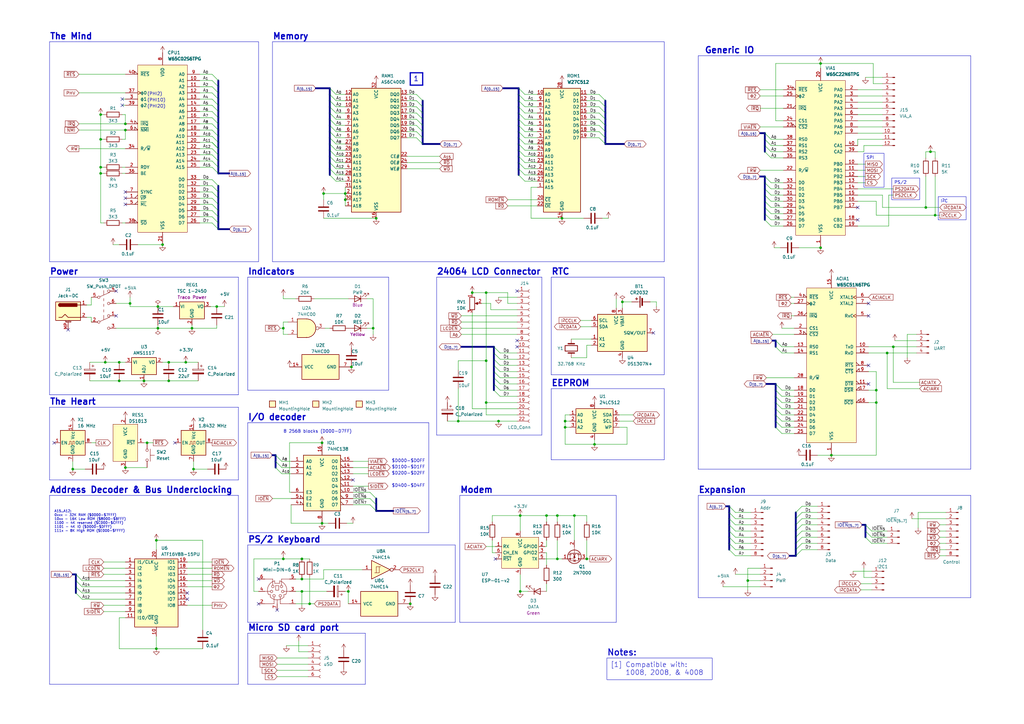
<source format=kicad_sch>
(kicad_sch (version 20230121) (generator eeschema)
  (paper "A3")
  (title_block (title "deck65") (date "2023-05-25") (rev "17") (company "Andrew Dunai"))
  (bus_alias "Data" (members))
  (junction (at 116.205 134.62))
  (junction (at 359.41 165.1))
  (junction (at 123.825 229.235))
  (junction (at 306.705 238.125))
  (junction (at 127 247.65))
  (junction (at 41.275 46.99))
  (junction (at 51.435 191.77))
  (junction (at 41.275 68.58))
  (junction (at 29.845 192.405))
  (junction (at 144.145 150.495))
  (junction (at 153.035 134.62))
  (junction (at 64.135 221.615))
  (junction (at 336.55 26.035))
  (junction (at 123.825 242.57))
  (junction (at 199.39 147.955))
  (junction (at 79.375 192.405))
  (junction (at 235.585 211.455))
  (junction (at 66.675 100.33))
  (junction (at 379.73 85.09))
  (junction (at 243.84 182.245))
  (junction (at 69.215 156.21))
  (junction (at 64.77 125.73))
  (junction (at 64.77 134.62))
  (junction (at 187.96 172.72))
  (junction (at 51.435 53.34))
  (junction (at 59.055 156.21))
  (junction (at 41.275 71.12))
  (junction (at 132.08 214.63))
  (junction (at 168.275 247.65))
  (junction (at 69.215 148.59))
  (junction (at 142.875 242.57))
  (junction (at 213.36 211.455))
  (junction (at 240.665 229.235))
  (junction (at 213.36 242.57))
  (junction (at 141.605 81.915))
  (junction (at 193.675 120.015))
  (junction (at 53.34 124.46))
  (junction (at 199.39 165.1))
  (junction (at 255.27 123.825))
  (junction (at 43.18 148.59))
  (junction (at 228.6 211.455))
  (junction (at 48.895 148.59))
  (junction (at 64.135 266.065))
  (junction (at 366.395 142.24))
  (junction (at 363.855 144.78))
  (junction (at 78.74 134.62))
  (junction (at 88.9 125.73))
  (junction (at 123.825 237.49))
  (junction (at 381.635 62.23))
  (junction (at 228.6 229.235))
  (junction (at 51.435 50.8))
  (junction (at 60.325 181.61))
  (junction (at 132.08 181.61))
  (junction (at 141.605 79.375))
  (junction (at 132.715 79.375))
  (junction (at 231.775 175.26))
  (junction (at 116.205 229.235))
  (junction (at 336.55 101.6))
  (junction (at 76.2 148.59))
  (junction (at 340.995 186.69))
  (junction (at 48.895 156.21))
  (junction (at 41.275 57.15))
  (junction (at 383.54 88.265))
  (junction (at 359.41 160.02))
  (junction (at 154.305 89.535))
  (junction (at 199.39 120.015))
  (junction (at 230.505 89.535))
  (junction (at 224.155 211.455))
  (junction (at 231.775 172.72))
  (junction (at 204.47 172.72))
  (no_connect (at 267.97 136.525))
  (no_connect (at 212.09 142.24))
  (no_connect (at 71.755 181.61))
  (no_connect (at 356.235 129.54))
  (no_connect (at 51.435 83.82))
  (no_connect (at 356.235 157.48))
  (no_connect (at 50.165 43.18))
  (no_connect (at 76.835 245.745))
  (no_connect (at 351.79 90.17))
  (no_connect (at 27.94 135.255))
  (no_connect (at 356.235 149.86))
  (no_connect (at 356.235 124.46))
  (no_connect (at 47.625 129.54))
  (no_connect (at 47.625 119.38))
  (no_connect (at 76.835 243.205))
  (no_connect (at 351.79 85.09))
  (no_connect (at 106.045 237.49))
  (no_connect (at 113.665 250.19))
  (no_connect (at 22.225 181.61))
  (no_connect (at 51.435 78.74))
  (no_connect (at 212.09 119.38))
  (no_connect (at 212.09 139.7))
  (no_connect (at 50.165 40.64))
  (no_connect (at 106.045 247.65))
  (no_connect (at 203.2 229.235))
  (no_connect (at 51.435 81.28))
  (no_connect (at 144.78 196.85))
  (bus_entry (at 202.565 144.78) (size 2.54 2.54))
  (bus_entry (at 326.39 210.185) (size 2.54 -2.54))
  (bus_entry (at 245.745 53.975) (size 2.54 2.54))
  (bus_entry (at 318.135 165.1) (size 2.54 2.54))
  (bus_entry (at 212.725 43.815) (size 2.54 2.54))
  (bus_entry (at 202.565 147.32) (size 2.54 2.54))
  (bus_entry (at 135.255 51.435) (size 2.54 2.54))
  (bus_entry (at 86.995 88.9) (size 2.54 2.54))
  (bus_entry (at 135.255 69.215) (size 2.54 2.54))
  (bus_entry (at 86.995 43.18) (size 2.54 2.54))
  (bus_entry (at 245.745 48.895) (size 2.54 2.54))
  (bus_entry (at 151.765 204.47) (size 2.54 2.54))
  (bus_entry (at 86.995 58.42) (size 2.54 2.54))
  (bus_entry (at 212.725 59.055) (size 2.54 2.54))
  (bus_entry (at 299.085 222.885) (size 2.54 2.54))
  (bus_entry (at 86.995 53.34) (size 2.54 2.54))
  (bus_entry (at 212.725 46.355) (size 2.54 2.54))
  (bus_entry (at 313.69 80.01) (size 2.54 2.54))
  (bus_entry (at 86.995 33.02) (size 2.54 2.54))
  (bus_entry (at 170.815 46.355) (size 2.54 2.54))
  (bus_entry (at 202.565 154.94) (size 2.54 2.54))
  (bus_entry (at 135.255 61.595) (size 2.54 2.54))
  (bus_entry (at 313.69 74.93) (size 2.54 2.54))
  (bus_entry (at 135.255 48.895) (size 2.54 2.54))
  (bus_entry (at 31.115 240.665) (size 2.54 2.54))
  (bus_entry (at 326.39 212.725) (size 2.54 -2.54))
  (bus_entry (at 318.135 175.26) (size 2.54 2.54))
  (bus_entry (at 313.69 90.17) (size 2.54 2.54))
  (bus_entry (at 318.135 139.7) (size 2.54 2.54))
  (bus_entry (at 86.995 45.72) (size 2.54 2.54))
  (bus_entry (at 202.565 157.48) (size 2.54 2.54))
  (bus_entry (at 357.505 217.805) (size -2.54 -2.54))
  (bus_entry (at 245.745 46.355) (size 2.54 2.54))
  (bus_entry (at 318.135 167.64) (size 2.54 2.54))
  (bus_entry (at 170.815 43.815) (size 2.54 2.54))
  (bus_entry (at 170.815 53.975) (size 2.54 2.54))
  (bus_entry (at 318.135 142.24) (size 2.54 2.54))
  (bus_entry (at 86.995 86.36) (size 2.54 2.54))
  (bus_entry (at 86.995 30.48) (size 2.54 2.54))
  (bus_entry (at 357.505 222.885) (size -2.54 -2.54))
  (bus_entry (at 135.255 71.755) (size 2.54 2.54))
  (bus_entry (at 212.725 69.215) (size 2.54 2.54))
  (bus_entry (at 135.255 64.135) (size 2.54 2.54))
  (bus_entry (at 170.815 41.275) (size 2.54 2.54))
  (bus_entry (at 86.995 60.96) (size 2.54 2.54))
  (bus_entry (at 135.255 41.275) (size 2.54 2.54))
  (bus_entry (at 86.995 91.44) (size 2.54 2.54))
  (bus_entry (at 202.565 160.02) (size 2.54 2.54))
  (bus_entry (at 299.085 207.645) (size 2.54 2.54))
  (bus_entry (at 151.765 207.01) (size 2.54 2.54))
  (bus_entry (at 326.39 217.805) (size 2.54 -2.54))
  (bus_entry (at 31.115 243.205) (size 2.54 2.54))
  (bus_entry (at 299.085 220.345) (size 2.54 2.54))
  (bus_entry (at 318.135 172.72) (size 2.54 2.54))
  (bus_entry (at 170.815 56.515) (size 2.54 2.54))
  (bus_entry (at 86.995 35.56) (size 2.54 2.54))
  (bus_entry (at 135.255 66.675) (size 2.54 2.54))
  (bus_entry (at 31.115 238.125) (size 2.54 2.54))
  (bus_entry (at 313.69 57.15) (size 2.54 2.54))
  (bus_entry (at 31.115 235.585) (size 2.54 2.54))
  (bus_entry (at 86.995 81.28) (size 2.54 2.54))
  (bus_entry (at 86.995 50.8) (size 2.54 2.54))
  (bus_entry (at 326.39 222.885) (size 2.54 -2.54))
  (bus_entry (at 299.085 210.185) (size 2.54 2.54))
  (bus_entry (at 86.995 66.04) (size 2.54 2.54))
  (bus_entry (at 202.565 149.86) (size 2.54 2.54))
  (bus_entry (at 151.765 201.93) (size 2.54 2.54))
  (bus_entry (at 135.255 43.815) (size 2.54 2.54))
  (bus_entry (at 212.725 71.755) (size 2.54 2.54))
  (bus_entry (at 318.135 160.02) (size 2.54 2.54))
  (bus_entry (at 212.725 51.435) (size 2.54 2.54))
  (bus_entry (at 135.255 46.355) (size 2.54 2.54))
  (bus_entry (at 86.995 58.42) (size 2.54 2.54))
  (bus_entry (at 170.815 48.895) (size 2.54 2.54))
  (bus_entry (at 318.135 162.56) (size 2.54 2.54))
  (bus_entry (at 313.69 82.55) (size 2.54 2.54))
  (bus_entry (at 113.03 189.23) (size 2.54 2.54))
  (bus_entry (at 299.085 212.725) (size 2.54 2.54))
  (bus_entry (at 245.745 43.815) (size 2.54 2.54))
  (bus_entry (at 86.995 38.1) (size 2.54 2.54))
  (bus_entry (at 326.39 220.345) (size 2.54 -2.54))
  (bus_entry (at 299.085 217.805) (size 2.54 2.54))
  (bus_entry (at 313.69 59.69) (size 2.54 2.54))
  (bus_entry (at 135.255 59.055) (size 2.54 2.54))
  (bus_entry (at 86.995 73.66) (size 2.54 2.54))
  (bus_entry (at 357.505 220.345) (size -2.54 -2.54))
  (bus_entry (at 212.725 64.135) (size 2.54 2.54))
  (bus_entry (at 86.995 40.64) (size 2.54 2.54))
  (bus_entry (at 86.995 78.74) (size 2.54 2.54))
  (bus_entry (at 113.03 186.69) (size 2.54 2.54))
  (bus_entry (at 245.745 41.275) (size 2.54 2.54))
  (bus_entry (at 313.69 85.09) (size 2.54 2.54))
  (bus_entry (at 299.085 215.265) (size 2.54 2.54))
  (bus_entry (at 212.725 48.895) (size 2.54 2.54))
  (bus_entry (at 326.39 215.265) (size 2.54 -2.54))
  (bus_entry (at 135.255 38.735) (size 2.54 2.54))
  (bus_entry (at 245.745 56.515) (size 2.54 2.54))
  (bus_entry (at 86.995 76.2) (size 2.54 2.54))
  (bus_entry (at 135.255 56.515) (size 2.54 2.54))
  (bus_entry (at 318.135 157.48) (size 2.54 2.54))
  (bus_entry (at 212.725 61.595) (size 2.54 2.54))
  (bus_entry (at 212.725 66.675) (size 2.54 2.54))
  (bus_entry (at 86.995 83.82) (size 2.54 2.54))
  (bus_entry (at 313.69 72.39) (size 2.54 2.54))
  (bus_entry (at 135.255 36.195) (size 2.54 2.54))
  (bus_entry (at 113.03 191.77) (size 2.54 2.54))
  (bus_entry (at 318.135 170.18) (size 2.54 2.54))
  (bus_entry (at 135.255 53.975) (size 2.54 2.54))
  (bus_entry (at 170.815 51.435) (size 2.54 2.54))
  (bus_entry (at 202.565 142.24) (size 2.54 2.54))
  (bus_entry (at 326.39 225.425) (size 2.54 -2.54))
  (bus_entry (at 313.69 87.63) (size 2.54 2.54))
  (bus_entry (at 245.745 51.435) (size 2.54 2.54))
  (bus_entry (at 212.725 41.275) (size 2.54 2.54))
  (bus_entry (at 86.995 63.5) (size 2.54 2.54))
  (bus_entry (at 86.995 48.26) (size 2.54 2.54))
  (bus_entry (at 202.565 152.4) (size 2.54 2.54))
  (bus_entry (at 313.69 54.61) (size 2.54 2.54))
  (bus_entry (at 313.69 62.23) (size 2.54 2.54))
  (bus_entry (at 170.815 38.735) (size 2.54 2.54))
  (bus_entry (at 212.725 53.975) (size 2.54 2.54))
  (bus_entry (at 326.39 227.965) (size 2.54 -2.54))
  (bus_entry (at 212.725 56.515) (size 2.54 2.54))
  (bus_entry (at 299.085 225.425) (size 2.54 2.54))
  (bus_entry (at 313.69 77.47) (size 2.54 2.54))
  (bus_entry (at 212.725 38.735) (size 2.54 2.54))
  (bus_entry (at 245.745 38.735) (size 2.54 2.54))
  (bus_entry (at 86.995 68.58) (size 2.54 2.54))
  (bus_entry (at 212.725 36.195) (size 2.54 2.54))
  (bus_entry (at 86.995 55.88) (size 2.54 2.54))
  (wire (pts (xy 123.825 242.57) (xy 123.825 248.285)))
  (wire (pts (xy 199.39 120.015) (xy 199.39 147.955)))
  (wire (pts (xy 356.235 144.78) (xy 363.855 144.78)))
  (wire (pts (xy 306.705 241.935) (xy 306.705 238.125)))
  (wire (pts (xy 223.52 229.235) (xy 228.6 229.235)))
  (polyline (pts (xy 101.6 223.52) (xy 101.6 255.27)))
  (wire (pts (xy 366.395 142.24) (xy 366.395 156.845)))
  (wire (pts (xy 318.135 49.53) (xy 318.135 26.035)))
  (bus (pts (xy 326.39 227.965) (xy 323.85 227.965)) (stroke (width 0.75)))
  (wire (pts (xy 240.665 38.735) (xy 245.745 38.735)))
  (wire (pts (xy 213.36 211.455) (xy 213.36 217.805)))
  (wire (pts (xy 220.345 66.675) (xy 215.265 66.675)))
  (bus (pts (xy 89.535 63.5) (xy 89.535 66.04)) (stroke (width 0.75)))
  (wire (pts (xy 53.34 121.92) (xy 53.34 124.46)))
  (wire (pts (xy 142.875 242.57) (xy 141.605 242.57)))
  (wire (pts (xy 201.93 221.615) (xy 201.93 226.695)))
  (wire (pts (xy 363.855 217.805) (xy 357.505 217.805)))
  (wire (pts (xy 32.385 53.34) (xy 51.435 53.34)))
  (wire (pts (xy 42.545 46.99) (xy 41.275 46.99)))
  (wire (pts (xy 187.96 172.72) (xy 204.47 172.72)))
  (wire (pts (xy 122.555 267.335) (xy 126.365 267.335)))
  (wire (pts (xy 233.68 170.18) (xy 231.775 170.18)))
  (bus (pts (xy 31.115 238.125) (xy 31.115 240.665)) (stroke (width 0.75)))
  (wire (pts (xy 361.95 57.15) (xy 351.79 57.15)))
  (wire (pts (xy 205.105 160.02) (xy 212.09 160.02)))
  (wire (pts (xy 255.27 126.365) (xy 255.27 123.825)))
  (bus (pts (xy 135.255 61.595) (xy 135.255 64.135)) (stroke (width 0.75)))
  (wire (pts (xy 316.23 85.09) (xy 321.31 85.09)))
  (wire (pts (xy 144.78 204.47) (xy 151.765 204.47)))
  (wire (pts (xy 142.24 214.63) (xy 144.78 214.63)))
  (wire (pts (xy 41.275 46.99) (xy 41.275 57.15)))
  (bus (pts (xy 135.255 46.355) (xy 135.255 48.895)) (stroke (width 0.75)))
  (wire (pts (xy 231.775 182.245) (xy 243.84 182.245)))
  (polyline (pts (xy 272.415 159.385) (xy 272.415 188.595)))
  (wire (pts (xy 311.785 39.37) (xy 321.31 39.37)))
  (wire (pts (xy 183.515 172.72) (xy 187.96 172.72)))
  (bus (pts (xy 313.69 62.23) (xy 313.69 59.69)) (stroke (width 0.75)))
  (wire (pts (xy 356.235 142.24) (xy 366.395 142.24)))
  (wire (pts (xy 132.08 214.63) (xy 134.62 214.63)))
  (bus (pts (xy 318.135 139.7) (xy 316.865 139.7)) (stroke (width 0.75)))
  (wire (pts (xy 231.775 175.26) (xy 231.775 182.245)))
  (bus (pts (xy 89.535 78.74) (xy 89.535 81.28)) (stroke (width 0.75)))
  (wire (pts (xy 153.035 122.555) (xy 150.495 122.555)))
  (polyline (pts (xy 168.275 29.845) (xy 168.275 34.925)) (stroke (width 0.5) (type solid)))
  (wire (pts (xy 36.83 156.21) (xy 48.895 156.21)))
  (wire (pts (xy 257.175 182.245) (xy 257.175 175.26)))
  (wire (pts (xy 240.665 51.435) (xy 245.745 51.435)))
  (wire (pts (xy 137.795 59.055) (xy 141.605 59.055)))
  (wire (pts (xy 307.975 225.425) (xy 301.625 225.425)))
  (polyline (pts (xy 149.86 280.67) (xy 101.6 280.67)))
  (wire (pts (xy 363.855 144.78) (xy 375.92 144.78)))
  (wire (pts (xy 62.865 181.61) (xy 60.325 181.61)))
  (wire (pts (xy 119.38 189.23) (xy 115.57 189.23)))
  (polyline (pts (xy 272.415 107.315) (xy 111.76 107.315)))
  (wire (pts (xy 141.605 79.375) (xy 141.605 81.915)))
  (wire (pts (xy 137.795 56.515) (xy 141.605 56.515)))
  (bus (pts (xy 89.535 88.9) (xy 89.535 91.44)) (stroke (width 0.75)))
  (wire (pts (xy 187.96 151.765) (xy 187.96 147.955)))
  (wire (pts (xy 351.79 44.45) (xy 361.95 44.45)))
  (polyline (pts (xy 97.79 203.2) (xy 97.79 280.67)))
  (wire (pts (xy 201.93 211.455) (xy 213.36 211.455)))
  (bus (pts (xy 173.355 41.275) (xy 173.355 43.815)) (stroke (width 0.75)))
  (bus (pts (xy 89.535 68.58) (xy 89.535 71.12)) (stroke (width 0.75)))
  (polyline (pts (xy 20.32 203.2) (xy 97.79 203.2)))
  (polyline (pts (xy 186.69 223.52) (xy 186.69 255.27)))
  (wire (pts (xy 50.165 40.64) (xy 51.435 40.64)))
  (bus (pts (xy 313.69 82.55) (xy 313.69 80.01)) (stroke (width 0.75)))
  (wire (pts (xy 81.915 48.26) (xy 86.995 48.26)))
  (wire (pts (xy 116.205 121.285) (xy 116.205 122.555)))
  (wire (pts (xy 193.675 120.015) (xy 199.39 120.015)))
  (wire (pts (xy 336.55 26.035) (xy 336.55 27.94)))
  (wire (pts (xy 220.345 43.815) (xy 215.265 43.815)))
  (wire (pts (xy 81.915 68.58) (xy 86.995 68.58)))
  (wire (pts (xy 383.54 64.77) (xy 383.54 62.23)))
  (wire (pts (xy 123.825 229.235) (xy 127 229.235)))
  (wire (pts (xy 46.355 100.33) (xy 48.895 100.33)))
  (wire (pts (xy 86.995 238.125) (xy 76.835 238.125)))
  (wire (pts (xy 113.665 269.875) (xy 126.365 269.875)))
  (wire (pts (xy 240.665 48.895) (xy 245.745 48.895)))
  (bus (pts (xy 212.725 43.815) (xy 212.725 41.275)) (stroke (width 0.75)))
  (wire (pts (xy 51.435 57.15) (xy 50.165 57.15)))
  (wire (pts (xy 361.95 46.99) (xy 351.79 46.99)))
  (wire (pts (xy 141.605 84.455) (xy 141.605 81.915)))
  (wire (pts (xy 36.83 148.59) (xy 43.18 148.59)))
  (polyline (pts (xy 20.32 167.005) (xy 97.79 167.005)))
  (wire (pts (xy 317.5 101.6) (xy 320.04 101.6)))
  (wire (pts (xy 363.855 144.78) (xy 363.855 159.385)))
  (wire (pts (xy 320.675 177.8) (xy 325.755 177.8)))
  (bus (pts (xy 318.135 162.56) (xy 318.135 160.02)) (stroke (width 0.75)))
  (bus (pts (xy 202.565 149.86) (xy 202.565 147.32)) (stroke (width 0.75)))
  (wire (pts (xy 204.47 121.92) (xy 212.09 121.92)))
  (bus (pts (xy 212.725 48.895) (xy 212.725 46.355)) (stroke (width 0.75)))
  (wire (pts (xy 316.23 92.71) (xy 321.31 92.71)))
  (wire (pts (xy 240.665 43.815) (xy 245.745 43.815)))
  (wire (pts (xy 167.005 51.435) (xy 170.815 51.435)))
  (bus (pts (xy 173.355 46.355) (xy 173.355 48.895)) (stroke (width 0.75)))
  (bus (pts (xy 299.085 212.725) (xy 299.085 210.185)) (stroke (width 0.75)))
  (bus (pts (xy 135.255 36.195) (xy 135.255 38.735)) (stroke (width 0.75)))
  (wire (pts (xy 242.57 133.985) (xy 238.125 133.985)))
  (wire (pts (xy 41.275 57.15) (xy 41.275 68.58)))
  (wire (pts (xy 78.74 134.62) (xy 78.74 133.35)))
  (wire (pts (xy 255.27 123.825) (xy 259.08 123.825)))
  (wire (pts (xy 387.985 210.185) (xy 376.555 210.185)))
  (bus (pts (xy 89.535 60.96) (xy 89.535 63.5)) (stroke (width 0.75)))
  (wire (pts (xy 240.665 146.685) (xy 234.315 146.685)))
  (bus (pts (xy 248.285 59.055) (xy 255.905 59.055)) (stroke (width 0.75)))
  (wire (pts (xy 353.06 241.935) (xy 357.505 241.935)))
  (wire (pts (xy 201.295 124.46) (xy 201.295 127)))
  (bus (pts (xy 299.085 220.345) (xy 299.085 217.805)) (stroke (width 0.75)))
  (wire (pts (xy 132.715 79.375) (xy 132.715 81.915)))
  (wire (pts (xy 228.6 229.235) (xy 230.505 229.235)))
  (bus (pts (xy 135.255 64.135) (xy 135.255 66.675)) (stroke (width 0.75)))
  (wire (pts (xy 64.135 221.615) (xy 64.135 225.425)))
  (wire (pts (xy 56.515 100.33) (xy 66.675 100.33)))
  (bus (pts (xy 248.285 51.435) (xy 248.285 53.975)) (stroke (width 0.75)))
  (wire (pts (xy 387.985 227.965) (xy 385.445 227.965)))
  (wire (pts (xy 205.105 144.78) (xy 212.09 144.78)))
  (wire (pts (xy 118.745 181.61) (xy 132.08 181.61)))
  (bus (pts (xy 135.255 41.275) (xy 135.255 43.815)) (stroke (width 0.75)))
  (bus (pts (xy 354.965 215.265) (xy 353.695 215.265)) (stroke (width 0.75)))
  (wire (pts (xy 216.535 242.57) (xy 213.36 242.57)))
  (bus (pts (xy 89.535 71.12) (xy 93.98 71.12)) (stroke (width 0.75)))
  (wire (pts (xy 193.675 120.65) (xy 193.675 120.015)))
  (wire (pts (xy 51.435 68.58) (xy 50.165 68.58)))
  (bus (pts (xy 326.39 212.725) (xy 326.39 210.185)) (stroke (width 0.75)))
  (bus (pts (xy 354.965 220.345) (xy 354.965 217.805)) (stroke (width 0.75)))
  (bus (pts (xy 313.69 54.61) (xy 311.785 54.61)) (stroke (width 0.75)))
  (wire (pts (xy 224.155 224.155) (xy 223.52 224.155)))
  (wire (pts (xy 387.985 215.265) (xy 385.445 215.265)))
  (polyline (pts (xy 252.73 255.27) (xy 188.595 255.27)))
  (wire (pts (xy 144.78 189.23) (xy 151.13 189.23)))
  (wire (pts (xy 127 236.855) (xy 127 247.65)))
  (wire (pts (xy 113.665 277.495) (xy 126.365 277.495)))
  (polyline (pts (xy 398.145 22.86) (xy 398.145 192.405)))
  (wire (pts (xy 335.28 225.425) (xy 328.93 225.425)))
  (wire (pts (xy 316.23 77.47) (xy 321.31 77.47)))
  (wire (pts (xy 180.34 69.215) (xy 167.005 69.215)))
  (bus (pts (xy 89.535 83.82) (xy 89.535 86.36)) (stroke (width 0.75)))
  (wire (pts (xy 208.28 84.455) (xy 220.345 84.455)))
  (wire (pts (xy 132.715 237.49) (xy 132.715 233.68)))
  (wire (pts (xy 228.6 211.455) (xy 224.155 211.455)))
  (wire (pts (xy 86.995 230.505) (xy 76.835 230.505)))
  (bus (pts (xy 313.69 87.63) (xy 313.69 90.17)) (stroke (width 0.75)))
  (bus (pts (xy 299.085 210.185) (xy 299.085 207.645)) (stroke (width 0.75)))
  (wire (pts (xy 53.34 125.73) (xy 64.77 125.73)))
  (wire (pts (xy 142.875 122.555) (xy 128.905 122.555)))
  (wire (pts (xy 41.275 71.12) (xy 41.275 91.44)))
  (wire (pts (xy 321.31 44.45) (xy 311.785 44.45)))
  (wire (pts (xy 144.78 191.77) (xy 151.13 191.77)))
  (bus (pts (xy 135.255 66.675) (xy 135.255 69.215)) (stroke (width 0.75)))
  (bus (pts (xy 299.085 220.345) (xy 299.085 222.885)) (stroke (width 0.75)))
  (wire (pts (xy 119.38 207.01) (xy 119.38 214.63)))
  (polyline (pts (xy 20.32 17.145) (xy 106.045 17.145)))
  (bus (pts (xy 135.255 51.435) (xy 135.255 53.975)) (stroke (width 0.75)))
  (polyline (pts (xy 398.145 245.11) (xy 286.385 245.11)))
  (bus (pts (xy 318.135 142.24) (xy 318.135 139.7)) (stroke (width 0.75)))
  (bus (pts (xy 89.535 48.26) (xy 89.535 50.8)) (stroke (width 0.75)))
  (wire (pts (xy 51.435 53.34) (xy 51.435 57.15)))
  (wire (pts (xy 363.855 220.345) (xy 357.505 220.345)))
  (wire (pts (xy 81.915 63.5) (xy 86.995 63.5)))
  (bus (pts (xy 202.565 157.48) (xy 202.565 160.02)) (stroke (width 0.75)))
  (wire (pts (xy 269.24 123.825) (xy 266.7 123.825)))
  (wire (pts (xy 240.665 221.615) (xy 240.665 229.235)))
  (bus (pts (xy 89.535 38.1) (xy 89.535 40.64)) (stroke (width 0.75)))
  (wire (pts (xy 307.975 210.185) (xy 301.625 210.185)))
  (wire (pts (xy 42.545 230.505) (xy 51.435 230.505)))
  (wire (pts (xy 208.28 124.46) (xy 212.09 124.46)))
  (wire (pts (xy 118.745 201.93) (xy 119.38 201.93)))
  (wire (pts (xy 213.36 235.585) (xy 213.36 242.57)))
  (wire (pts (xy 351.79 49.53) (xy 361.95 49.53)))
  (wire (pts (xy 220.345 41.275) (xy 215.265 41.275)))
  (wire (pts (xy 81.28 156.21) (xy 69.215 156.21)))
  (polyline (pts (xy 286.385 203.2) (xy 398.145 203.2)))
  (wire (pts (xy 257.175 175.26) (xy 254 175.26)))
  (wire (pts (xy 150.495 134.62) (xy 153.035 134.62)))
  (bus (pts (xy 89.535 93.98) (xy 93.98 93.98)) (stroke (width 0.75)))
  (wire (pts (xy 137.795 61.595) (xy 141.605 61.595)))
  (polyline (pts (xy 97.79 196.85) (xy 20.32 196.85)))
  (wire (pts (xy 144.78 199.39) (xy 151.13 199.39)))
  (polyline (pts (xy 20.32 280.67) (xy 20.32 203.2)))
  (bus (pts (xy 212.725 36.195) (xy 206.375 36.195)) (stroke (width 0.75)))
  (wire (pts (xy 240.665 141.605) (xy 240.665 146.685)))
  (polyline (pts (xy 106.045 107.315) (xy 20.32 107.315)))
  (wire (pts (xy 167.005 41.275) (xy 170.815 41.275)))
  (wire (pts (xy 361.95 41.91) (xy 351.79 41.91)))
  (polyline (pts (xy 226.06 159.385) (xy 226.06 188.595)))
  (wire (pts (xy 50.165 46.99) (xy 51.435 46.99)))
  (wire (pts (xy 351.79 54.61) (xy 361.95 54.61)))
  (wire (pts (xy 187.96 159.385) (xy 187.96 172.72)))
  (wire (pts (xy 240.665 211.455) (xy 235.585 211.455)))
  (wire (pts (xy 379.73 85.09) (xy 385.445 85.09)))
  (wire (pts (xy 39.37 181.61) (xy 37.465 181.61)))
  (wire (pts (xy 141.605 79.375) (xy 132.715 79.375)))
  (polyline (pts (xy 188.595 203.2) (xy 252.73 203.2)))
  (bus (pts (xy 248.285 41.275) (xy 248.285 43.815)) (stroke (width 0.75)))
  (wire (pts (xy 325.755 142.24) (xy 320.675 142.24)))
  (wire (pts (xy 81.915 81.28) (xy 86.995 81.28)))
  (polyline (pts (xy 101.6 259.715) (xy 101.6 280.67)))
  (polyline (pts (xy 173.355 34.925) (xy 168.275 34.925)) (stroke (width 0.5) (type solid)))
  (wire (pts (xy 32.385 60.96) (xy 51.435 60.96)))
  (wire (pts (xy 314.325 154.94) (xy 325.755 154.94)))
  (wire (pts (xy 351.79 62.23) (xy 354.33 62.23)))
  (wire (pts (xy 119.38 191.77) (xy 115.57 191.77)))
  (bus (pts (xy 212.725 61.595) (xy 212.725 59.055)) (stroke (width 0.75)))
  (wire (pts (xy 42.545 250.825) (xy 51.435 250.825)))
  (wire (pts (xy 231.775 170.18) (xy 231.775 172.72)))
  (wire (pts (xy 224.155 213.995) (xy 224.155 211.455)))
  (bus (pts (xy 173.355 59.055) (xy 180.34 59.055)) (stroke (width 0.75)))
  (wire (pts (xy 69.215 156.21) (xy 59.055 156.21)))
  (wire (pts (xy 367.03 139.7) (xy 375.92 139.7)))
  (wire (pts (xy 325.755 175.26) (xy 320.675 175.26)))
  (wire (pts (xy 361.95 85.09) (xy 379.73 85.09)))
  (polyline (pts (xy 272.415 188.595) (xy 226.06 188.595)))
  (wire (pts (xy 116.205 122.555) (xy 121.285 122.555)))
  (wire (pts (xy 306.705 238.125) (xy 306.705 233.045)))
  (wire (pts (xy 81.915 43.18) (xy 86.995 43.18)))
  (wire (pts (xy 306.705 233.045) (xy 311.785 233.045)))
  (wire (pts (xy 220.345 48.895) (xy 215.265 48.895)))
  (bus (pts (xy 212.725 48.895) (xy 212.725 51.435)) (stroke (width 0.75)))
  (wire (pts (xy 316.865 137.16) (xy 325.755 137.16)))
  (wire (pts (xy 358.14 26.035) (xy 358.14 34.29)))
  (wire (pts (xy 318.135 26.035) (xy 336.55 26.035)))
  (bus (pts (xy 89.535 40.64) (xy 89.535 43.18)) (stroke (width 0.75)))
  (bus (pts (xy 135.255 43.815) (xy 135.255 46.355)) (stroke (width 0.75)))
  (wire (pts (xy 359.41 165.1) (xy 359.41 186.69)))
  (wire (pts (xy 364.49 80.01) (xy 366.395 80.01)))
  (wire (pts (xy 104.14 242.57) (xy 104.14 229.235)))
  (wire (pts (xy 64.135 221.615) (xy 83.185 221.615)))
  (wire (pts (xy 249.555 89.535) (xy 247.015 89.535)))
  (wire (pts (xy 324.485 129.54) (xy 325.755 129.54)))
  (wire (pts (xy 48.895 148.59) (xy 51.435 148.59)))
  (wire (pts (xy 358.14 34.29) (xy 361.95 34.29)))
  (wire (pts (xy 240.665 213.995) (xy 240.665 211.455)))
  (wire (pts (xy 359.41 82.55) (xy 359.41 88.265)))
  (wire (pts (xy 238.125 131.445) (xy 242.57 131.445)))
  (wire (pts (xy 189.23 129.54) (xy 212.09 129.54)))
  (bus (pts (xy 299.085 222.885) (xy 299.085 225.425)) (stroke (width 0.75)))
  (wire (pts (xy 141.605 48.895) (xy 137.795 48.895)))
  (polyline (pts (xy 101.6 173.355) (xy 101.6 218.44)))
  (polyline (pts (xy 20.32 17.145) (xy 20.32 107.315)))
  (bus (pts (xy 212.725 38.735) (xy 212.725 36.195)) (stroke (width 0.75)))
  (wire (pts (xy 321.31 69.85) (xy 311.785 69.85)))
  (wire (pts (xy 153.035 137.16) (xy 153.035 134.62)))
  (wire (pts (xy 111.76 204.47) (xy 119.38 204.47)))
  (wire (pts (xy 88.9 134.62) (xy 88.9 133.35)))
  (wire (pts (xy 328.93 222.885) (xy 335.28 222.885)))
  (bus (pts (xy 354.965 217.805) (xy 354.965 215.265)) (stroke (width 0.75)))
  (polyline (pts (xy 111.76 17.145) (xy 272.415 17.145)))
  (bus (pts (xy 299.085 215.265) (xy 299.085 212.725)) (stroke (width 0.75)))
  (wire (pts (xy 33.655 245.745) (xy 51.435 245.745)))
  (wire (pts (xy 137.795 51.435) (xy 141.605 51.435)))
  (polyline (pts (xy 222.25 178.435) (xy 179.07 178.435)))
  (bus (pts (xy 89.535 35.56) (xy 89.535 38.1)) (stroke (width 0.75)))
  (bus (pts (xy 299.085 207.645) (xy 297.815 207.645)) (stroke (width 0.75)))
  (polyline (pts (xy 272.415 17.145) (xy 272.415 107.315)))
  (bus (pts (xy 135.255 53.975) (xy 135.255 56.515)) (stroke (width 0.75)))
  (wire (pts (xy 351.79 36.83) (xy 361.95 36.83)))
  (bus (pts (xy 318.135 170.18) (xy 318.135 167.64)) (stroke (width 0.75)))
  (wire (pts (xy 240.665 46.355) (xy 245.745 46.355)))
  (wire (pts (xy 228.6 213.995) (xy 228.6 211.455)))
  (wire (pts (xy 81.915 91.44) (xy 86.995 91.44)))
  (wire (pts (xy 307.975 212.725) (xy 301.625 212.725)))
  (wire (pts (xy 81.915 55.88) (xy 86.995 55.88)))
  (wire (pts (xy 48.895 156.21) (xy 59.055 156.21)))
  (polyline (pts (xy 179.07 113.665) (xy 179.07 178.435)))
  (bus (pts (xy 326.39 225.425) (xy 326.39 227.965)) (stroke (width 0.75)))
  (wire (pts (xy 48.895 266.065) (xy 64.135 266.065)))
  (wire (pts (xy 123.825 237.49) (xy 132.715 237.49)))
  (polyline (pts (xy 168.275 29.845) (xy 173.355 29.845)) (stroke (width 0.5) (type solid)))
  (wire (pts (xy 215.265 74.295) (xy 220.345 74.295)))
  (wire (pts (xy 81.915 66.04) (xy 86.995 66.04)))
  (wire (pts (xy 230.505 89.535) (xy 239.395 89.535)))
  (wire (pts (xy 321.31 52.07) (xy 311.785 52.07)))
  (polyline (pts (xy 149.86 259.715) (xy 149.86 280.67)))
  (wire (pts (xy 240.665 41.275) (xy 245.745 41.275)))
  (polyline (pts (xy 101.6 259.715) (xy 149.86 259.715)))
  (wire (pts (xy 359.41 165.1) (xy 356.235 165.1)))
  (wire (pts (xy 231.775 172.72) (xy 231.775 175.26)))
  (wire (pts (xy 335.28 220.345) (xy 328.93 220.345)))
  (wire (pts (xy 141.605 43.815) (xy 137.795 43.815)))
  (wire (pts (xy 81.915 78.74) (xy 86.995 78.74)))
  (wire (pts (xy 50.165 91.44) (xy 51.435 91.44)))
  (wire (pts (xy 53.34 124.46) (xy 53.34 125.73)))
  (wire (pts (xy 205.105 157.48) (xy 212.09 157.48)))
  (wire (pts (xy 217.805 89.535) (xy 230.505 89.535)))
  (wire (pts (xy 351.79 77.47) (xy 366.395 77.47)))
  (bus (pts (xy 313.69 77.47) (xy 313.69 74.93)) (stroke (width 0.75)))
  (wire (pts (xy 220.345 69.215) (xy 215.265 69.215)))
  (bus (pts (xy 89.535 55.88) (xy 89.535 58.42)) (stroke (width 0.75)))
  (wire (pts (xy 307.975 227.965) (xy 301.625 227.965)))
  (polyline (pts (xy 106.045 17.145) (xy 106.045 107.315)))
  (wire (pts (xy 119.38 214.63) (xy 132.08 214.63)))
  (wire (pts (xy 118.11 137.16) (xy 116.205 137.16)))
  (wire (pts (xy 316.23 80.01) (xy 321.31 80.01)))
  (wire (pts (xy 324.485 124.46) (xy 325.755 124.46)))
  (bus (pts (xy 173.355 51.435) (xy 173.355 53.975)) (stroke (width 0.75)))
  (wire (pts (xy 220.345 56.515) (xy 215.265 56.515)))
  (wire (pts (xy 324.485 121.92) (xy 325.755 121.92)))
  (bus (pts (xy 89.535 58.42) (xy 89.535 60.96)) (stroke (width 0.75)))
  (bus (pts (xy 29.845 235.585) (xy 31.115 235.585)) (stroke (width 0.75)))
  (wire (pts (xy 199.39 170.18) (xy 199.39 165.1)))
  (wire (pts (xy 321.31 57.15) (xy 316.23 57.15)))
  (wire (pts (xy 32.385 38.1) (xy 51.435 38.1)))
  (wire (pts (xy 81.915 30.48) (xy 86.995 30.48)))
  (bus (pts (xy 299.085 217.805) (xy 299.085 215.265)) (stroke (width 0.75)))
  (bus (pts (xy 89.535 45.72) (xy 89.535 48.26)) (stroke (width 0.75)))
  (wire (pts (xy 361.95 52.07) (xy 351.79 52.07)))
  (wire (pts (xy 34.925 192.405) (xy 29.845 192.405)))
  (wire (pts (xy 307.975 220.345) (xy 301.625 220.345)))
  (polyline (pts (xy 159.385 160.02) (xy 101.6 160.02)))
  (wire (pts (xy 42.545 71.12) (xy 41.275 71.12)))
  (wire (pts (xy 321.31 49.53) (xy 318.135 49.53)))
  (wire (pts (xy 375.92 137.16) (xy 372.11 137.16)))
  (wire (pts (xy 141.605 53.975) (xy 137.795 53.975)))
  (bus (pts (xy 313.69 59.69) (xy 313.69 57.15)) (stroke (width 0.75)))
  (wire (pts (xy 43.18 148.59) (xy 48.895 148.59)))
  (wire (pts (xy 86.995 240.665) (xy 76.835 240.665)))
  (wire (pts (xy 224.155 211.455) (xy 213.36 211.455)))
  (wire (pts (xy 60.325 191.77) (xy 51.435 191.77)))
  (wire (pts (xy 357.505 236.855) (xy 354.33 236.855)))
  (wire (pts (xy 37.465 125.095) (xy 37.465 121.92)))
  (bus (pts (xy 135.255 38.735) (xy 135.255 41.275)) (stroke (width 0.75)))
  (bus (pts (xy 135.255 48.895) (xy 135.255 51.435)) (stroke (width 0.75)))
  (wire (pts (xy 379.73 62.23) (xy 381.635 62.23)))
  (bus (pts (xy 89.535 91.44) (xy 89.535 93.98)) (stroke (width 0.75)))
  (wire (pts (xy 193.675 167.64) (xy 193.675 128.27)))
  (wire (pts (xy 307.975 222.885) (xy 301.625 222.885)))
  (wire (pts (xy 387.985 225.425) (xy 385.445 225.425)))
  (wire (pts (xy 42.545 248.285) (xy 51.435 248.285)))
  (wire (pts (xy 364.49 80.01) (xy 364.49 92.71)))
  (wire (pts (xy 133.35 134.62) (xy 135.255 134.62)))
  (bus (pts (xy 202.565 144.78) (xy 202.565 142.24)) (stroke (width 0.75)))
  (wire (pts (xy 33.655 243.205) (xy 51.435 243.205)))
  (wire (pts (xy 137.795 74.295) (xy 141.605 74.295)))
  (wire (pts (xy 64.77 134.62) (xy 78.74 134.62)))
  (wire (pts (xy 199.39 147.955) (xy 199.39 165.1)))
  (wire (pts (xy 132.715 233.68) (xy 148.59 233.68)))
  (bus (pts (xy 202.565 147.32) (xy 202.565 144.78)) (stroke (width 0.75)))
  (wire (pts (xy 335.28 186.69) (xy 340.995 186.69)))
  (wire (pts (xy 126.365 264.795) (xy 117.475 264.795)))
  (polyline (pts (xy 398.145 192.405) (xy 286.385 192.405)))
  (wire (pts (xy 307.975 215.265) (xy 301.625 215.265)))
  (bus (pts (xy 212.725 41.275) (xy 212.725 38.735)) (stroke (width 0.75)))
  (polyline (pts (xy 252.73 203.2) (xy 252.73 255.27)))
  (wire (pts (xy 48.895 253.365) (xy 51.435 253.365)))
  (wire (pts (xy 86.36 125.73) (xy 88.9 125.73)))
  (bus (pts (xy 111.76 186.69) (xy 113.03 186.69)) (stroke (width 0.75)))
  (wire (pts (xy 197.485 124.46) (xy 201.295 124.46)))
  (wire (pts (xy 180.34 64.135) (xy 167.005 64.135)))
  (polyline (pts (xy 286.385 22.86) (xy 398.145 22.86)))
  (wire (pts (xy 201.295 127) (xy 212.09 127)))
  (wire (pts (xy 220.345 59.055) (xy 215.265 59.055)))
  (bus (pts (xy 318.135 160.02) (xy 318.135 157.48)) (stroke (width 0.75)))
  (polyline (pts (xy 272.415 113.665) (xy 272.415 153.67)))
  (bus (pts (xy 89.535 43.18) (xy 89.535 45.72)) (stroke (width 0.75)))
  (wire (pts (xy 204.47 172.72) (xy 212.09 172.72)))
  (polyline (pts (xy 186.69 255.27) (xy 101.6 255.27)))
  (polyline (pts (xy 226.06 113.665) (xy 226.06 153.67)))
  (wire (pts (xy 328.93 212.725) (xy 335.28 212.725)))
  (wire (pts (xy 335.28 210.185) (xy 328.93 210.185)))
  (wire (pts (xy 104.14 229.235) (xy 116.205 229.235)))
  (wire (pts (xy 320.675 170.18) (xy 325.755 170.18)))
  (wire (pts (xy 224.155 224.155) (xy 224.155 221.615)))
  (polyline (pts (xy 97.79 167.005) (xy 97.79 196.85)))
  (bus (pts (xy 248.285 48.895) (xy 248.285 51.435)) (stroke (width 0.75)))
  (wire (pts (xy 269.24 125.73) (xy 269.24 123.825)))
  (wire (pts (xy 189.23 134.62) (xy 212.09 134.62)))
  (bus (pts (xy 173.355 53.975) (xy 173.355 56.515)) (stroke (width 0.75)))
  (wire (pts (xy 351.79 72.39) (xy 354.965 72.39)))
  (bus (pts (xy 154.305 204.47) (xy 154.305 207.01)) (stroke (width 0.75)))
  (wire (pts (xy 81.915 58.42) (xy 86.995 58.42)))
  (polyline (pts (xy 175.895 173.355) (xy 175.895 218.44)))
  (wire (pts (xy 167.005 48.895) (xy 170.815 48.895)))
  (bus (pts (xy 212.725 66.675) (xy 212.725 64.135)) (stroke (width 0.75)))
  (bus (pts (xy 248.285 43.815) (xy 248.285 46.355)) (stroke (width 0.75)))
  (wire (pts (xy 81.915 38.1) (xy 86.995 38.1)))
  (wire (pts (xy 316.23 87.63) (xy 321.31 87.63)))
  (bus (pts (xy 173.355 56.515) (xy 173.355 59.055)) (stroke (width 0.75)))
  (wire (pts (xy 64.135 260.985) (xy 64.135 266.065)))
  (wire (pts (xy 296.545 240.665) (xy 311.785 240.665)))
  (polyline (pts (xy 175.895 218.44) (xy 101.6 218.44)))
  (polyline (pts (xy 97.79 113.665) (xy 97.79 161.925)))
  (wire (pts (xy 142.875 247.65) (xy 142.875 242.57)))
  (wire (pts (xy 42.545 91.44) (xy 41.275 91.44)))
  (wire (pts (xy 234.315 139.065) (xy 242.57 139.065)))
  (wire (pts (xy 354.965 31.75) (xy 361.95 31.75)))
  (wire (pts (xy 254 170.18) (xy 259.715 170.18)))
  (wire (pts (xy 363.855 222.885) (xy 357.505 222.885)))
  (polyline (pts (xy 20.32 167.005) (xy 20.32 196.85)))
  (wire (pts (xy 114.935 134.62) (xy 116.205 134.62)))
  (bus (pts (xy 313.69 72.39) (xy 311.785 72.39)) (stroke (width 0.75)))
  (wire (pts (xy 359.41 152.4) (xy 359.41 160.02)))
  (polyline (pts (xy 97.79 161.925) (xy 20.32 161.925)))
  (bus (pts (xy 202.565 142.24) (xy 189.23 142.24)) (stroke (width 0.75)))
  (wire (pts (xy 33.655 240.665) (xy 51.435 240.665)))
  (wire (pts (xy 220.345 64.135) (xy 215.265 64.135)))
  (wire (pts (xy 122.555 262.89) (xy 122.555 267.335)))
  (wire (pts (xy 141.605 76.835) (xy 141.605 79.375)))
  (polyline (pts (xy 226.06 113.665) (xy 272.415 113.665)))
  (wire (pts (xy 321.31 64.77) (xy 316.23 64.77)))
  (bus (pts (xy 89.535 33.02) (xy 89.535 35.56)) (stroke (width 0.75)))
  (bus (pts (xy 318.135 157.48) (xy 314.325 157.48)) (stroke (width 0.75)))
  (wire (pts (xy 201.93 226.695) (xy 203.2 226.695)))
  (wire (pts (xy 220.345 53.975) (xy 215.265 53.975)))
  (wire (pts (xy 383.54 88.265) (xy 385.445 88.265)))
  (wire (pts (xy 48.895 253.365) (xy 48.895 266.065)))
  (bus (pts (xy 326.39 215.265) (xy 326.39 217.805)) (stroke (width 0.75)))
  (bus (pts (xy 202.565 154.94) (xy 202.565 152.4)) (stroke (width 0.75)))
  (wire (pts (xy 336.55 101.6) (xy 327.66 101.6)))
  (wire (pts (xy 353.06 239.395) (xy 357.505 239.395)))
  (wire (pts (xy 307.975 217.805) (xy 301.625 217.805)))
  (wire (pts (xy 118.11 132.08) (xy 116.205 132.08)))
  (wire (pts (xy 81.28 148.59) (xy 76.2 148.59)))
  (wire (pts (xy 354.33 233.045) (xy 354.33 236.855)))
  (wire (pts (xy 351.79 82.55) (xy 359.41 82.55)))
  (bus (pts (xy 173.355 48.895) (xy 173.355 51.435)) (stroke (width 0.75)))
  (bus (pts (xy 248.285 56.515) (xy 248.285 59.055)) (stroke (width 0.75)))
  (wire (pts (xy 123.825 237.49) (xy 121.285 237.49)))
  (wire (pts (xy 328.93 217.805) (xy 335.28 217.805)))
  (bus (pts (xy 313.69 74.93) (xy 313.69 72.39)) (stroke (width 0.75)))
  (wire (pts (xy 81.915 45.72) (xy 86.995 45.72)))
  (wire (pts (xy 64.77 133.35) (xy 64.77 134.62)))
  (wire (pts (xy 42.545 233.045) (xy 51.435 233.045)))
  (wire (pts (xy 144.78 194.31) (xy 151.13 194.31)))
  (wire (pts (xy 321.31 59.69) (xy 316.23 59.69)))
  (wire (pts (xy 64.135 266.065) (xy 83.185 266.065)))
  (wire (pts (xy 81.915 76.2) (xy 86.995 76.2)))
  (wire (pts (xy 86.995 233.045) (xy 76.835 233.045)))
  (wire (pts (xy 356.235 152.4) (xy 359.41 152.4)))
  (wire (pts (xy 32.385 50.8) (xy 51.435 50.8)))
  (wire (pts (xy 242.57 141.605) (xy 240.665 141.605)))
  (wire (pts (xy 41.275 68.58) (xy 41.275 71.12)))
  (wire (pts (xy 167.005 56.515) (xy 170.815 56.515)))
  (bus (pts (xy 313.69 80.01) (xy 313.69 77.47)) (stroke (width 0.75)))
  (bus (pts (xy 113.03 186.69) (xy 113.03 189.23)) (stroke (width 0.75)))
  (bus (pts (xy 313.69 85.09) (xy 313.69 87.63)) (stroke (width 0.75)))
  (wire (pts (xy 141.605 38.735) (xy 137.795 38.735)))
  (wire (pts (xy 116.205 228.6) (xy 116.205 229.235)))
  (polyline (pts (xy 101.6 113.665) (xy 159.385 113.665)))
  (bus (pts (xy 89.535 66.04) (xy 89.535 68.58)) (stroke (width 0.75)))
  (bus (pts (xy 89.535 81.28) (xy 89.535 83.82)) (stroke (width 0.75)))
  (bus (pts (xy 318.135 165.1) (xy 318.135 162.56)) (stroke (width 0.75)))
  (bus (pts (xy 313.69 85.09) (xy 313.69 82.55)) (stroke (width 0.75)))
  (wire (pts (xy 233.68 175.26) (xy 231.775 175.26)))
  (wire (pts (xy 224.155 226.695) (xy 223.52 226.695)))
  (wire (pts (xy 359.41 88.265) (xy 383.54 88.265)))
  (wire (pts (xy 35.56 125.095) (xy 37.465 125.095)))
  (wire (pts (xy 121.285 242.57) (xy 123.825 242.57)))
  (bus (pts (xy 212.725 64.135) (xy 212.725 61.595)) (stroke (width 0.75)))
  (wire (pts (xy 205.105 154.94) (xy 212.09 154.94)))
  (wire (pts (xy 32.385 30.48) (xy 51.435 30.48)))
  (wire (pts (xy 167.005 53.975) (xy 170.815 53.975)))
  (bus (pts (xy 135.255 59.055) (xy 135.255 61.595)) (stroke (width 0.75)))
  (wire (pts (xy 361.95 80.01) (xy 361.95 85.09)))
  (wire (pts (xy 351.79 80.01) (xy 361.95 80.01)))
  (wire (pts (xy 217.805 76.835) (xy 217.805 89.535)))
  (polyline (pts (xy 97.79 280.67) (xy 20.32 280.67)))
  (bus (pts (xy 212.725 71.755) (xy 212.725 69.215)) (stroke (width 0.75)))
  (wire (pts (xy 137.795 64.135) (xy 141.605 64.135)))
  (wire (pts (xy 205.105 162.56) (xy 212.09 162.56)))
  (wire (pts (xy 42.545 68.58) (xy 41.275 68.58)))
  (wire (pts (xy 118.745 181.61) (xy 118.745 201.93)))
  (wire (pts (xy 349.885 234.315) (xy 357.505 234.315)))
  (wire (pts (xy 205.105 152.4) (xy 212.09 152.4)))
  (wire (pts (xy 60.325 181.61) (xy 59.055 181.61)))
  (wire (pts (xy 153.035 122.555) (xy 153.035 134.62)))
  (wire (pts (xy 220.345 61.595) (xy 215.265 61.595)))
  (wire (pts (xy 137.795 71.755) (xy 141.605 71.755)))
  (wire (pts (xy 208.28 81.915) (xy 220.345 81.915)))
  (wire (pts (xy 69.215 148.59) (xy 76.2 148.59)))
  (wire (pts (xy 351.79 74.93) (xy 354.965 74.93)))
  (wire (pts (xy 42.545 235.585) (xy 51.435 235.585)))
  (wire (pts (xy 240.665 229.235) (xy 241.935 229.235)))
  (wire (pts (xy 224.155 231.775) (xy 224.155 226.695)))
  (wire (pts (xy 137.795 66.675) (xy 141.605 66.675)))
  (wire (pts (xy 212.09 167.64) (xy 193.675 167.64)))
  (bus (pts (xy 129.54 36.195) (xy 135.255 36.195)) (stroke (width 0.75)))
  (bus (pts (xy 318.135 170.18) (xy 318.135 172.72)) (stroke (width 0.75)))
  (wire (pts (xy 79.375 192.405) (xy 79.375 189.23)))
  (bus (pts (xy 154.305 209.55) (xy 161.29 209.55)) (stroke (width 0.75)))
  (wire (pts (xy 35.56 130.175) (xy 37.465 130.175)))
  (bus (pts (xy 202.565 152.4) (xy 202.565 149.86)) (stroke (width 0.75)))
  (polyline (pts (xy 101.6 173.355) (xy 175.895 173.355)))
  (wire (pts (xy 119.38 194.31) (xy 115.57 194.31)))
  (wire (pts (xy 78.74 134.62) (xy 88.9 134.62)))
  (wire (pts (xy 47.625 134.62) (xy 64.77 134.62)))
  (wire (pts (xy 205.105 149.86) (xy 212.09 149.86)))
  (wire (pts (xy 335.28 215.265) (xy 328.93 215.265)))
  (bus (pts (xy 202.565 154.94) (xy 202.565 157.48)) (stroke (width 0.75)))
  (wire (pts (xy 387.985 220.345) (xy 385.445 220.345)))
  (wire (pts (xy 372.11 137.16) (xy 372.11 146.685)))
  (wire (pts (xy 311.785 36.83) (xy 321.31 36.83)))
  (polyline (pts (xy 173.355 29.845) (xy 173.355 34.925)) (stroke (width 0.5) (type solid)))
  (wire (pts (xy 51.435 46.99) (xy 51.435 50.8)))
  (wire (pts (xy 85.09 192.405) (xy 79.375 192.405)))
  (wire (pts (xy 217.805 76.835) (xy 220.345 76.835)))
  (wire (pts (xy 47.625 124.46) (xy 53.34 124.46)))
  (wire (pts (xy 127 247.65) (xy 121.285 247.65)))
  (wire (pts (xy 201.93 213.995) (xy 201.93 211.455)))
  (wire (pts (xy 383.54 62.23) (xy 381.635 62.23)))
  (wire (pts (xy 133.985 242.57) (xy 123.825 242.57)))
  (wire (pts (xy 316.23 74.93) (xy 321.31 74.93)))
  (wire (pts (xy 321.31 62.23) (xy 316.23 62.23)))
  (polyline (pts (xy 188.595 203.2) (xy 188.595 255.27)))
  (wire (pts (xy 189.23 137.16) (xy 212.09 137.16)))
  (polyline (pts (xy 101.6 223.52) (xy 186.69 223.52)))
  (wire (pts (xy 116.205 134.62) (xy 116.205 132.08)))
  (wire (pts (xy 86.995 248.285) (xy 76.835 248.285)))
  (wire (pts (xy 212.09 170.18) (xy 199.39 170.18)))
  (wire (pts (xy 252.73 122.555) (xy 252.73 126.365)))
  (polyline (pts (xy 159.385 113.665) (xy 159.385 160.02)))
  (wire (pts (xy 351.79 67.31) (xy 354.965 67.31)))
  (wire (pts (xy 325.755 172.72) (xy 320.675 172.72)))
  (wire (pts (xy 81.915 35.56) (xy 86.995 35.56)))
  (polyline (pts (xy 20.32 113.665) (xy 20.32 161.925)))
  (wire (pts (xy 325.755 162.56) (xy 320.675 162.56)))
  (wire (pts (xy 81.915 88.9) (xy 86.995 88.9)))
  (wire (pts (xy 199.39 120.015) (xy 208.28 120.015)))
  (wire (pts (xy 366.395 142.24) (xy 375.92 142.24)))
  (bus (pts (xy 31.115 240.665) (xy 31.115 243.205)) (stroke (width 0.75)))
  (wire (pts (xy 81.915 53.34) (xy 86.995 53.34)))
  (wire (pts (xy 359.41 160.02) (xy 356.235 160.02)))
  (wire (pts (xy 51.435 71.12) (xy 50.165 71.12)))
  (wire (pts (xy 316.23 82.55) (xy 321.31 82.55)))
  (bus (pts (xy 212.725 46.355) (xy 212.725 43.815)) (stroke (width 0.75)))
  (wire (pts (xy 88.9 125.73) (xy 92.075 125.73)))
  (bus (pts (xy 313.69 57.15) (xy 313.69 54.61)) (stroke (width 0.75)))
  (wire (pts (xy 137.795 69.215) (xy 141.605 69.215)))
  (wire (pts (xy 364.49 92.71) (xy 351.79 92.71)))
  (bus (pts (xy 248.285 46.355) (xy 248.285 48.895)) (stroke (width 0.75)))
  (wire (pts (xy 50.165 43.18) (xy 51.435 43.18)))
  (bus (pts (xy 212.725 69.215) (xy 212.725 66.675)) (stroke (width 0.75)))
  (wire (pts (xy 351.79 69.85) (xy 354.965 69.85)))
  (bus (pts (xy 31.115 235.585) (xy 31.115 238.125)) (stroke (width 0.75)))
  (wire (pts (xy 325.755 167.64) (xy 320.675 167.64)))
  (wire (pts (xy 123.825 236.855) (xy 123.825 237.49)))
  (bus (pts (xy 318.135 167.64) (xy 318.135 165.1)) (stroke (width 0.75)))
  (bus (pts (xy 89.535 76.2) (xy 89.535 78.74)) (stroke (width 0.75)))
  (wire (pts (xy 235.585 221.615) (xy 235.585 211.455)))
  (bus (pts (xy 113.03 189.23) (xy 113.03 191.77)) (stroke (width 0.75)))
  (wire (pts (xy 215.265 71.755) (xy 220.345 71.755)))
  (wire (pts (xy 81.915 83.82) (xy 86.995 83.82)))
  (bus (pts (xy 326.39 222.885) (xy 326.39 225.425)) (stroke (width 0.75)))
  (wire (pts (xy 224.155 239.395) (xy 224.155 242.57)))
  (wire (pts (xy 189.23 132.08) (xy 212.09 132.08)))
  (wire (pts (xy 144.78 207.01) (xy 151.765 207.01)))
  (polyline (pts (xy 272.415 153.67) (xy 226.06 153.67)))
  (wire (pts (xy 363.855 159.385) (xy 377.19 159.385)))
  (wire (pts (xy 81.915 33.02) (xy 86.995 33.02)))
  (wire (pts (xy 81.915 60.96) (xy 86.995 60.96)))
  (wire (pts (xy 336.55 26.035) (xy 358.14 26.035)))
  (polyline (pts (xy 286.385 203.2) (xy 286.385 245.11)))
  (wire (pts (xy 354.33 62.23) (xy 354.33 59.69)))
  (wire (pts (xy 33.655 238.125) (xy 51.435 238.125)))
  (wire (pts (xy 167.005 38.735) (xy 170.815 38.735)))
  (wire (pts (xy 301.625 235.585) (xy 311.785 235.585)))
  (polyline (pts (xy 20.32 113.665) (xy 97.79 113.665)))
  (bus (pts (xy 212.725 51.435) (xy 212.725 53.975)) (stroke (width 0.75)))
  (wire (pts (xy 83.185 221.615) (xy 83.185 258.445)))
  (polyline (pts (xy 111.76 17.145) (xy 111.76 107.315)))
  (wire (pts (xy 116.205 229.235) (xy 123.825 229.235)))
  (wire (pts (xy 167.005 43.815) (xy 170.815 43.815)))
  (wire (pts (xy 387.985 222.885) (xy 385.445 222.885)))
  (wire (pts (xy 240.665 56.515) (xy 245.745 56.515)))
  (polyline (pts (xy 179.07 113.665) (xy 222.25 113.665)))
  (wire (pts (xy 311.785 238.125) (xy 306.705 238.125)))
  (bus (pts (xy 135.255 69.215) (xy 135.255 71.755)) (stroke (width 0.75)))
  (wire (pts (xy 243.84 180.34) (xy 243.84 182.245)))
  (wire (pts (xy 320.675 165.1) (xy 325.755 165.1)))
  (wire (pts (xy 379.73 64.77) (xy 379.73 62.23)))
  (wire (pts (xy 137.795 41.275) (xy 141.605 41.275)))
  (wire (pts (xy 199.39 165.1) (xy 212.09 165.1)))
  (wire (pts (xy 220.345 46.355) (xy 215.265 46.355)))
  (wire (pts (xy 127 247.65) (xy 128.905 247.65)))
  (bus (pts (xy 326.39 220.345) (xy 326.39 222.885)) (stroke (width 0.75)))
  (wire (pts (xy 64.77 125.73) (xy 71.12 125.73)))
  (wire (pts (xy 220.345 51.435) (xy 215.265 51.435)))
  (wire (pts (xy 132.715 89.535) (xy 154.305 89.535)))
  (wire (pts (xy 325.755 144.78) (xy 320.675 144.78)))
  (wire (pts (xy 254 172.72) (xy 259.715 172.72)))
  (wire (pts (xy 29.845 192.405) (xy 29.845 189.23)))
  (wire (pts (xy 359.41 186.69) (xy 340.995 186.69)))
  (wire (pts (xy 113.665 272.415) (xy 126.365 272.415)))
  (wire (pts (xy 86.995 235.585) (xy 76.835 235.585)))
  (wire (pts (xy 235.585 211.455) (xy 228.6 211.455)))
  (bus (pts (xy 212.725 59.055) (xy 212.725 56.515)) (stroke (width 0.75)))
  (bus (pts (xy 173.355 43.815) (xy 173.355 46.355)) (stroke (width 0.75)))
  (wire (pts (xy 199.39 224.155) (xy 203.2 224.155)))
  (polyline (pts (xy 101.6 113.665) (xy 101.6 160.02)))
  (wire (pts (xy 37.465 130.175) (xy 37.465 132.08)))
  (wire (pts (xy 144.78 201.93) (xy 151.765 201.93)))
  (wire (pts (xy 205.105 147.32) (xy 212.09 147.32)))
  (wire (pts (xy 81.915 73.66) (xy 86.995 73.66)))
  (bus (pts (xy 89.535 53.34) (xy 89.535 55.88)) (stroke (width 0.75)))
  (wire (pts (xy 383.54 72.39) (xy 383.54 88.265)))
  (wire (pts (xy 366.395 156.845) (xy 377.19 156.845)))
  (wire (pts (xy 220.345 38.735) (xy 215.265 38.735)))
  (bus (pts (xy 248.285 53.975) (xy 248.285 56.515)) (stroke (width 0.75)))
  (bus (pts (xy 326.39 215.265) (xy 326.39 212.725)) (stroke (width 0.75)))
  (wire (pts (xy 359.41 160.02) (xy 359.41 165.1)))
  (polyline (pts (xy 398.145 203.2) (xy 398.145 245.11)))
  (wire (pts (xy 243.84 182.245) (xy 257.175 182.245)))
  (bus (pts (xy 135.255 56.515) (xy 135.255 59.055)) (stroke (width 0.75)))
  (bus (pts (xy 89.535 50.8) (xy 89.535 53.34)) (stroke (width 0.75)))
  (wire (pts (xy 180.34 66.675) (xy 167.005 66.675)))
  (wire (pts (xy 376.555 210.185) (xy 376.555 216.535)))
  (wire (pts (xy 116.205 137.16) (xy 116.205 134.62)))
  (wire (pts (xy 361.95 39.37) (xy 351.79 39.37)))
  (wire (pts (xy 335.28 207.645) (xy 328.93 207.645)))
  (wire (pts (xy 81.915 86.36) (xy 86.995 86.36)))
  (wire (pts (xy 240.665 53.975) (xy 245.745 53.975)))
  (wire (pts (xy 66.675 148.59) (xy 69.215 148.59)))
  (wire (pts (xy 42.545 57.15) (xy 41.275 57.15)))
  (polyline (pts (xy 222.25 113.665) (xy 222.25 178.435)))
  (wire (pts (xy 81.915 40.64) (xy 86.995 40.64)))
  (wire (pts (xy 208.28 124.46) (xy 208.28 120.015)))
  (wire (pts (xy 374.015 212.725) (xy 387.985 212.725)))
  (wire (pts (xy 233.68 172.72) (xy 231.775 172.72)))
  (wire (pts (xy 228.6 221.615) (xy 228.6 229.235)))
  (wire (pts (xy 351.79 57.15) (xy 351.79 59.69)))
  (bus (pts (xy 89.535 86.36) (xy 89.535 88.9)) (stroke (width 0.75)))
  (wire (pts (xy 167.005 46.355) (xy 170.815 46.355)))
  (bus (pts (xy 326.39 217.805) (xy 326.39 220.345)) (stroke (width 0.75)))
  (wire (pts (xy 187.96 147.955) (xy 199.39 147.955)))
  (wire (pts (xy 113.665 274.955) (xy 126.365 274.955)))
  (bus (pts (xy 154.305 207.01) (xy 154.305 209.55)) (stroke (width 0.75)))
  (wire (pts (xy 379.73 72.39) (xy 379.73 85.09)))
  (bus (pts (xy 212.725 56.515) (xy 212.725 53.975)) (stroke (width 0.75)))
  (bus (pts (xy 318.135 172.72) (xy 318.135 175.26)) (stroke (width 0.75)))
  (wire (pts (xy 316.23 90.17) (xy 321.31 90.17)))
  (wire (pts (xy 137.795 46.355) (xy 141.605 46.355)))
  (polyline (pts (xy 286.385 22.86) (xy 286.385 192.405)))
  (wire (pts (xy 81.915 50.8) (xy 86.995 50.8)))
  (wire (pts (xy 320.675 160.02) (xy 325.755 160.02)))
  (wire (pts (xy 320.675 134.62) (xy 325.755 134.62)))
  (polyline (pts (xy 226.06 159.385) (xy 272.415 159.385)))
  (wire (pts (xy 104.14 242.57) (xy 106.045 242.57)))
  (wire (pts (xy 354.33 59.69) (xy 361.95 59.69)))
  (wire (pts (xy 387.985 217.805) (xy 385.445 217.805)))
  (text_box "SPI" (at 354.33 62.865 0) (size 8.255 13.97) (effects (font (size 1.27 1.27)) (justify left top)))
  (text_box "PS/2" (at 365.76 73.025 0) (size 11.43 8.89) (effects (font (size 1.27 1.27)) (justify left top)))
  (text_box "[1] Compatible with:\n    1008, 2008, & 4008\n" (at 248.92 269.875 0) (size 43.18 8.89) (effects (font (size 2 2)) (justify left top)))
  (text_box "I^{2}C" (at 384.81 80.645 0) (size 11.43 9.525) (effects (font (size 1.27 1.27)) (justify left top)))
  (text "Address Decoder & Bus Underclocking" (at 20.32 202.565 0) (effects (font (size 2.54 2.54) (thickness 0.508) bold) (justify left bottom)))
  (text "$D200-$D2FF" (at 160.655 194.945 0) (effects (font (size 1.27 1.27)) (justify left bottom)))
  (text "PS/2 Keyboard" (at 101.6 222.885 0) (effects (font (size 2.54 2.54) (thickness 0.508) bold) (justify left bottom)))
  (text "$D400-$D4FF" (at 160.655 200.025 0) (effects (font (size 1.27 1.27)) (justify left bottom)))
  (text "I/O decoder" (at 101.6 172.72 0) (effects (font (size 2.54 2.54) (thickness 0.508) bold) (justify left bottom)))
  (text "(PHI2)" (at 60.325 39.37 0) (effects (font (size 1.27 1.27)) (justify left bottom)))
  (text "Memory" (at 111.76 16.51 0) (effects (font (size 2.54 2.54) (thickness 0.508) bold) (justify left bottom)))
  (text "Indicators" (at 101.6 113.03 0) (effects (font (size 2.54 2.54) (thickness 0.508) bold) (justify left bottom)))
  (text "Expansion" (at 286.385 202.565 0) (effects (font (size 2.54 2.54) (thickness 0.508) bold) (justify left bottom)))
  (text "$D100-$D1FF" (at 160.655 192.405 0) (effects (font (size 1.27 1.27)) (justify left bottom)))
  (text "24064 LCD Connector" (at 179.07 113.03 0) (effects (font (size 2.54 2.54) (thickness 0.508) bold) (justify left bottom)))
  (text "$D000-$D0FF" (at 160.655 189.865 0) (effects (font (size 1.27 1.27)) (justify left bottom)))
  (text "The Mind" (at 20.32 16.51 0) (effects (font (size 2.54 2.54) (thickness 0.508) bold) (justify left bottom)))
  (text "A15..A12:\n0xxx - 32K RAM ($0000-$7FFF)\n10xx - 16K Low ROM ($8000-$BFFF)\n1100 - 4K reserved ($C000-$CFFF)\n1101 - 4K IO ($D000-$DFFF)\n111x - 8K High ROM ($E000-$FFFF)" (at 22.225 218.44 0) (effects (font (size 1 1)) (justify left bottom)))
  (text "Micro SD card port" (at 101.6 259.08 0) (effects (font (size 2.54 2.54) (thickness 0.508) bold) (justify left bottom)))
  (text "Generic IO" (at 288.925 22.225 0) (effects (font (size 2.54 2.54) (thickness 0.508) bold) (justify left bottom)))
  (text "RTC" (at 226.06 113.03 0) (effects (font (size 2.54 2.54) (thickness 0.508) bold) (justify left bottom)))
  (text "8 256B blocks (D000-D7FF)" (at 116.205 177.8 0) (effects (font (size 1.27 1.27)) (justify left bottom)))
  (text "EEPROM" (at 226.06 158.75 0) (effects (font (size 2.54 2.54) (thickness 0.508) bold) (justify left bottom)))
  (text "(PHI2O)" (at 60.325 44.45 0) (effects (font (size 1.27 1.27)) (justify left bottom)))
  (text "The Heart" (at 20.32 166.37 0) (effects (font (size 2.54 2.54) (thickness 0.508) bold) (justify left bottom)))
  (text "Power" (at 20.32 113.03 0) (effects (font (size 2.54 2.54) (thickness 0.508) bold) (justify left bottom)))
  (text "(PHI1O)" (at 60.325 41.91 0) (effects (font (size 1.27 1.27)) (justify left bottom)))
  (text "1" (at 169.545 33.655 0) (effects (font (size 2 2) (thickness 0.254) bold) (justify left bottom)))
  (text "Modem" (at 188.595 202.565 0) (effects (font (size 2.54 2.54) (thickness 0.508) bold) (justify left bottom)))
  (text "Notes:" (at 248.92 269.24 0) (effects (font (size 2.54 2.54) (thickness 0.4) bold) (justify left bottom)))
  (label "IO~{EN}_{6}" (at 357.505 220.345 0))
  (label "A_{3}" (at 302.895 217.805 0))
  (label "A_{7}" (at 137.795 56.515 0))
  (label "D_{7}" (at 241.935 56.515 0))
  (label "A_{8}" (at 115.57 189.23 0))
  (label "D_{6}" (at 321.945 175.26 0))
  (label "D_{2}" (at 330.2 212.725 0))
  (label "D_{4}" (at 167.64 48.895 0))
  (label "A_{13}" (at 137.795 71.755 0))
  (label "A_{0}" (at 320.675 142.24 0))
  (label "A_{10}" (at 216.535 64.135 0))
  (label "A_{1}" (at 316.23 59.69 0))
  (label "A_{9}" (at 216.535 61.595 0))
  (label "D_{4}" (at 321.945 170.18 0))
  (label "A_{6}" (at 302.895 225.425 0))
  (label "D_{2}" (at 206.375 149.86 0))
  (label "D_{2}" (at 241.935 43.815 0))
  (label "D_{3}" (at 241.935 46.355 0))
  (label "A_{15}" (at 33.655 238.125 0))
  (label "D_{2}" (at 83.185 78.74 0))
  (label "D_{4}" (at 241.935 48.895 0))
  (label "D_{5}" (at 167.64 51.435 0))
  (label "A_{15}" (at 83.185 68.58 0))
  (label "A_{9}" (at 83.185 53.34 0))
  (label "A_{4}" (at 83.185 40.64 0))
  (label "D_{4}" (at 330.2 217.805 0))
  (label "A_{0}" (at 137.795 38.735 0))
  (label "D_{7}" (at 83.185 91.44 0))
  (label "A_{5}" (at 302.895 222.885 0))
  (label "A_{3}" (at 216.535 46.355 0))
  (label "A_{4}" (at 137.795 48.895 0))
  (label "A_{9}" (at 115.57 191.77 0))
  (label "A_{2}" (at 137.795 43.815 0))
  (label "IO~{EN}_{5}" (at 357.505 217.805 0))
  (label "A_{3}" (at 83.185 38.1 0))
  (label "A_{7}" (at 83.185 48.26 0))
  (label "A_{12}" (at 83.185 60.96 0))
  (label "A_{13}" (at 33.655 243.205 0))
  (label "A_{14}" (at 83.185 66.04 0))
  (label "A_{13}" (at 216.535 71.755 0))
  (label "A_{12}" (at 137.795 69.215 0))
  (label "A_{11}" (at 83.185 58.42 0))
  (label "A_{8}" (at 137.795 59.055 0))
  (label "A_{9}" (at 137.795 61.595 0))
  (label "D_{1}" (at 206.375 147.32 0))
  (label "A_{1}" (at 320.675 144.78 0))
  (label "A_{11}" (at 216.535 66.675 0))
  (label "D_{2}" (at 167.64 43.815 0))
  (label "A_{4}" (at 302.895 220.345 0))
  (label "A_{2}" (at 316.23 62.23 0))
  (label "D_{6}" (at 330.2 222.885 0))
  (label "A_{12}" (at 33.655 245.745 0))
  (label "IO~{EN}_{7}" (at 357.505 222.885 0))
  (label "D_{6}" (at 83.185 88.9 0))
  (label "D_{1}" (at 317.5 77.47 0))
  (label "D_{5}" (at 206.375 157.48 0))
  (label "A_{10}" (at 83.185 55.88 0))
  (label "D_{3}" (at 321.945 167.64 0))
  (label "D_{5}" (at 330.2 220.345 0))
  (label "D_{4}" (at 206.375 154.94 0))
  (label "D_{0}" (at 83.185 73.66 0))
  (label "A_{10}" (at 115.57 194.31 0))
  (label "D_{6}" (at 241.935 53.975 0))
  (label "D_{2}" (at 317.5 80.01 0))
  (label "D_{5}" (at 317.5 87.63 0))
  (label "A_{2}" (at 216.535 43.815 0))
  (label "A_{0}" (at 316.23 57.15 0))
  (label "A_{5}" (at 216.535 51.435 0))
  (label "D_{1}" (at 241.935 41.275 0))
  (label "A_{0}" (at 83.185 30.48 0))
  (label "D_{7}" (at 330.2 225.425 0))
  (label "A_{3}" (at 137.795 46.355 0))
  (label "D_{7}" (at 317.5 92.71 0))
  (label "A_{8}" (at 216.535 59.055 0))
  (label "A_{3}" (at 316.23 64.77 0))
  (label "A_{1}" (at 137.795 41.275 0))
  (label "A_{2}" (at 83.185 35.56 0))
  (label "A_{7}" (at 216.535 56.515 0))
  (label "D_{0}" (at 206.375 144.78 0))
  (label "D_{6}" (at 167.64 53.975 0))
  (label "D_{6}" (at 206.375 160.02 0))
  (label "IO~{EN}_{7}" (at 144.78 207.01 0))
  (label "D_{3}" (at 317.5 82.55 0))
  (label "D_{0}" (at 241.935 38.735 0))
  (label "A_{14}" (at 33.655 240.665 0))
  (label "A_{6}" (at 216.535 53.975 0))
  (label "A_{1}" (at 83.185 33.02 0))
  (label "A_{12}" (at 216.535 69.215 0))
  (label "D_{5}" (at 321.945 172.72 0))
  (label "D_{1}" (at 83.185 76.2 0))
  (label "A_{6}" (at 83.185 45.72 0))
  (label "D_{5}" (at 83.185 86.36 0))
  (label "A_{11}" (at 137.795 66.675 0))
  (label "A_{7}" (at 302.895 227.965 0))
  (label "D_{4}" (at 83.185 83.82 0))
  (label "A_{14}" (at 137.795 74.295 0))
  (label "D_{6}" (at 317.5 90.17 0))
  (label "D_{1}" (at 167.64 41.275 0))
  (label "D_{0}" (at 321.945 160.02 0))
  (label "D_{1}" (at 321.945 162.56 0))
  (label "D_{7}" (at 321.945 177.8 0))
  (label "IO~{EN}_{5}" (at 144.78 201.93 0))
  (label "D_{0}" (at 317.5 74.93 0))
  (label "A_{0}" (at 302.895 210.185 0))
  (label "IO~{EN}_{6}" (at 144.78 204.47 0))
  (label "D_{5}" (at 241.935 51.435 0))
  (label "A_{1}" (at 216.535 41.275 0))
  (label "A_{10}" (at 137.795 64.135 0))
  (label "A_{14}" (at 216.535 74.295 0))
  (label "D_{3}" (at 206.375 152.4 0))
  (label "D_{3}" (at 167.64 46.355 0))
  (label "D_{4}" (at 317.5 85.09 0))
  (label "A_{6}" (at 137.795 53.975 0))
  (label "A_{13}" (at 83.185 63.5 0))
  (label "D_{3}" (at 330.2 215.265 0))
  (label "A_{8}" (at 83.185 50.8 0))
  (label "A_{5}" (at 83.185 43.18 0))
  (label "D_{3}" (at 83.185 81.28 0))
  (label "D_{2}" (at 321.945 165.1 0))
  (label "A_{1}" (at 302.895 212.725 0))
  (label "A_{4}" (at 216.535 48.895 0))
  (label "A_{5}" (at 137.795 51.435 0))
  (label "D_{0}" (at 330.2 207.645 0))
  (label "A_{0}" (at 216.535 38.735 0))
  (label "D_{7}" (at 206.375 162.56 0))
  (label "D_{1}" (at 330.2 210.185 0))
  (label "D_{0}" (at 167.64 38.735 0))
  (label "D_{7}" (at 167.64 56.515 0))
  (label "A_{2}" (at 302.895 215.265 0))
  (global_label "~{WD}" (shape input) (at 385.445 220.345 180) (property "Intersheetrefs" "${INTERSHEET_REFS}" (effects hide)))
  (global_label "I^{2}CCLK" (shape output) (at 385.445 88.265 0) (property "Intersheetrefs" "${INTERSHEET_REFS}" (effects hide)))
  (global_label "PS2CLK" (shape output) (at 366.395 80.01 0) (property "Intersheetrefs" "${INTERSHEET_REFS}" (effects hide)))
  (global_label "VIA~{EN}" (shape output) (at 151.13 189.23 0) (property "Intersheetrefs" "${INTERSHEET_REFS}" (effects hide)))
  (global_label "A_{[0..15]}" (shape input) (at 316.865 139.7 180) (property "Intersheetrefs" "${INTERSHEET_REFS}" (effects hide)))
  (global_label "~{RD}" (shape input) (at 208.28 84.455 180) (property "Intersheetrefs" "${INTERSHEET_REFS}" (effects hide)))
  (global_label "LCD~{EN}" (shape output) (at 151.13 194.31 0) (property "Intersheetrefs" "${INTERSHEET_REFS}" (effects hide)))
  (global_label "D_{[0..7]}" (shape bidirectional) (at 180.34 59.055 0) (property "Intersheetrefs" "${INTERSHEET_REFS}" (effects hide)))
  (global_label "R~{W}" (shape input) (at 385.445 215.265 180) (property "Intersheetrefs" "${INTERSHEET_REFS}" (effects hide)))
  (global_label "PS2DATA" (shape output) (at 366.395 77.47 0) (property "Intersheetrefs" "${INTERSHEET_REFS}" (effects hide)))
  (global_label "MISO" (shape output) (at 354.965 67.31 0) (property "Intersheetrefs" "${INTERSHEET_REFS}" (effects hide)))
  (global_label "I^{2}CDATA" (shape bidirectional) (at 353.06 241.935 180) (property "Intersheetrefs" "${INTERSHEET_REFS}" (effects hide)))
  (global_label "I^{2}CCLK" (shape input) (at 238.125 131.445 180) (property "Intersheetrefs" "${INTERSHEET_REFS}" (effects hide)))
  (global_label "CLK" (shape output) (at 39.37 181.61 0) (property "Intersheetrefs" "${INTERSHEET_REFS}" (effects hide)))
  (global_label "~{RES}" (shape input) (at 311.785 36.83 180) (property "Intersheetrefs" "${INTERSHEET_REFS}" (effects hide)))
  (global_label "~{RD}" (shape input) (at 189.23 132.08 180) (property "Intersheetrefs" "${INTERSHEET_REFS}" (effects hide)))
  (global_label "~{NMI}" (shape input) (at 32.385 53.34 180) (property "Intersheetrefs" "${INTERSHEET_REFS}" (effects hide)))
  (global_label "D_{[0..7]}" (shape bidirectional) (at 314.325 157.48 180) (property "Intersheetrefs" "${INTERSHEET_REFS}" (effects hide)))
  (global_label "A_{0}" (shape input) (at 189.23 137.16 180) (property "Intersheetrefs" "${INTERSHEET_REFS}" (effects hide)))
  (global_label "IO~{EN}" (shape output) (at 86.995 230.505 0) (property "Intersheetrefs" "${INTERSHEET_REFS}" (effects hide)))
  (global_label "VIA~{EN}" (shape input) (at 311.785 52.07 180) (property "Intersheetrefs" "${INTERSHEET_REFS}" (effects hide)))
  (global_label "I^{2}CCLK" (shape input) (at 259.715 172.72 0) (property "Intersheetrefs" "${INTERSHEET_REFS}" (effects hide)))
  (global_label "A_{[0..15]}" (shape input) (at 129.54 36.195 180) (property "Intersheetrefs" "${INTERSHEET_REFS}" (effects hide)))
  (global_label "PS2CLK" (shape input) (at 163.83 233.68 0) (property "Intersheetrefs" "${INTERSHEET_REFS}" (effects hide)))
  (global_label "I^{2}CCLK" (shape input) (at 353.06 239.395 180) (property "Intersheetrefs" "${INTERSHEET_REFS}" (effects hide)))
  (global_label "ACIARX" (shape output) (at 241.935 229.235 0) (property "Intersheetrefs" "${INTERSHEET_REFS}" (effects hide)))
  (global_label "CLK" (shape input) (at 42.545 230.505 180) (property "Intersheetrefs" "${INTERSHEET_REFS}" (effects hide)))
  (global_label "R~{W}" (shape input) (at 311.785 69.85 180) (property "Intersheetrefs" "${INTERSHEET_REFS}" (effects hide)))
  (global_label "MISO" (shape input) (at 113.665 269.875 180) (property "Intersheetrefs" "${INTERSHEET_REFS}" (effects hide)))
  (global_label "I^{2}CDATA" (shape bidirectional) (at 238.125 133.985 180) (property "Intersheetrefs" "${INTERSHEET_REFS}" (effects hide)))
  (global_label "LCD~{EN}" (shape input) (at 189.23 134.62 180) (property "Intersheetrefs" "${INTERSHEET_REFS}" (effects hide)))
  (global_label "A_{15}" (shape input) (at 180.34 64.135 0) (property "Intersheetrefs" "${INTERSHEET_REFS}" (effects hide)))
  (global_label "PHV" (shape input) (at 32.385 38.1 180) (property "Intersheetrefs" "${INTERSHEET_REFS}" (effects hide)))
  (global_label "ACIATX" (shape input) (at 199.39 224.155 180) (property "Intersheetrefs" "${INTERSHEET_REFS}" (effects hide)))
  (global_label "ACIACLK" (shape input) (at 356.235 121.92 0) (property "Intersheetrefs" "${INTERSHEET_REFS}" (effects hide)))
  (global_label "A_{[0..7]}" (shape input) (at 297.815 207.645 180) (property "Intersheetrefs" "${INTERSHEET_REFS}" (effects hide)))
  (global_label "~{RD}" (shape input) (at 385.445 217.805 180) (property "Intersheetrefs" "${INTERSHEET_REFS}" (effects hide)))
  (global_label "~{RD}" (shape output) (at 86.995 235.585 0) (property "Intersheetrefs" "${INTERSHEET_REFS}" (effects hide)))
  (global_label "D_{[0..7]}" (shape bidirectional) (at 189.23 142.24 180) (property "Intersheetrefs" "${INTERSHEET_REFS}" (effects hide)))
  (global_label "D_{[0..7]}" (shape bidirectional) (at 311.785 72.39 180) (property "Intersheetrefs" "${INTERSHEET_REFS}" (effects hide)))
  (global_label "MOSI" (shape input) (at 113.665 272.415 180) (property "Intersheetrefs" "${INTERSHEET_REFS}" (effects hide)))
  (global_label "~{RD}" (shape input) (at 180.34 66.675 0) (property "Intersheetrefs" "${INTERSHEET_REFS}" (effects hide)))
  (global_label "D_{[0..7]}" (shape bidirectional) (at 323.85 227.965 180) (property "Intersheetrefs" "${INTERSHEET_REFS}" (effects hide)))
  (global_label "ACIA~{EN}" (shape output) (at 151.13 191.77 0) (property "Intersheetrefs" "${INTERSHEET_REFS}" (effects hide)))
  (global_label "ACIARX" (shape input) (at 377.19 159.385 0) (property "Intersheetrefs" "${INTERSHEET_REFS}" (effects hide)))
  (global_label "ROM~{EN}" (shape output) (at 86.995 233.045 0) (property "Intersheetrefs" "${INTERSHEET_REFS}" (effects hide)))
  (global_label "R~{W}" (shape output) (at 32.385 60.96 180) (property "Intersheetrefs" "${INTERSHEET_REFS}" (effects hide)))
  (global_label "~{IRQ}" (shape output) (at 385.445 225.425 180) (property "Intersheetrefs" "${INTERSHEET_REFS}" (effects hide)))
  (global_label "ACIACLK" (shape output) (at 86.995 181.61 0) (property "Intersheetrefs" "${INTERSHEET_REFS}" (effects hide)))
  (global_label "R~{W}" (shape input) (at 42.545 248.285 180) (property "Intersheetrefs" "${INTERSHEET_REFS}" (effects hide)))
  (global_label "Ф2" (shape input) (at 385.445 222.885 180) (property "Intersheetrefs" "${INTERSHEET_REFS}" (effects hide)))
  (global_label "Ф2" (shape input) (at 324.485 124.46 180) (property "Intersheetrefs" "${INTERSHEET_REFS}" (effects hide)))
  (global_label "LCD~{EN}" (shape input) (at 42.545 233.045 180) (property "Intersheetrefs" "${INTERSHEET_REFS}" (effects hide)))
  (global_label "PS2DATA" (shape input) (at 128.905 247.65 0) (property "Intersheetrefs" "${INTERSHEET_REFS}" (effects hide)))
  (global_label "~{WD}" (shape input) (at 189.23 129.54 180) (property "Intersheetrefs" "${INTERSHEET_REFS}" (effects hide)))
  (global_label "IO~{EN}_{[5..7]}" (shape output) (at 161.29 209.55 0) (property "Intersheetrefs" "${INTERSHEET_REFS}" (effects hide)))
  (global_label "A_{[0..15]}" (shape input) (at 311.785 54.61 180) (property "Intersheetrefs" "${INTERSHEET_REFS}" (effects hide)))
  (global_label "SID~{EN}" (shape output) (at 151.13 199.39 0) (property "Intersheetrefs" "${INTERSHEET_REFS}" (effects hide)))
  (global_label "CS" (shape output) (at 354.965 74.93 0) (property "Intersheetrefs" "${INTERSHEET_REFS}" (effects hide)))
  (global_label "~{IRQ}" (shape output) (at 324.485 129.54 180) (property "Intersheetrefs" "${INTERSHEET_REFS}" (effects hide)))
  (global_label "SCK" (shape input) (at 113.665 274.955 180) (property "Intersheetrefs" "${INTERSHEET_REFS}" (effects hide)))
  (global_label "A_{[0..15]}" (shape input) (at 29.845 235.585 180) (property "Intersheetrefs" "${INTERSHEET_REFS}" (effects hide)))
  (global_label "SID~{EN}" (shape input) (at 42.545 250.825 180) (property "Intersheetrefs" "${INTERSHEET_REFS}" (effects hide)))
  (global_label "A_{[0..15]}" (shape output) (at 93.98 71.12 0) (property "Intersheetrefs" "${INTERSHEET_REFS}" (effects hide)))
  (global_label "~{IRQ}" (shape output) (at 311.785 44.45 180) (property "Intersheetrefs" "${INTERSHEET_REFS}" (effects hide)))
  (global_label "~{WD}" (shape input) (at 180.34 69.215 0) (property "Intersheetrefs" "${INTERSHEET_REFS}" (effects hide)))
  (global_label "~{RES}" (shape output) (at 62.865 181.61 0) (property "Intersheetrefs" "${INTERSHEET_REFS}" (effects hide)))
  (global_label "~{RES}" (shape input) (at 42.545 235.585 180) (property "Intersheetrefs" "${INTERSHEET_REFS}" (effects hide)))
  (global_label "ACIA~{EN}" (shape input) (at 316.865 137.16 180) (property "Intersheetrefs" "${INTERSHEET_REFS}" (effects hide)))
  (global_label "A_{[0..15]}" (shape input) (at 111.76 186.69 180) (property "Intersheetrefs" "${INTERSHEET_REFS}" (effects hide)))
  (global_label "ACIATX" (shape output) (at 377.19 156.845 0) (property "Intersheetrefs" "${INTERSHEET_REFS}" (effects hide)))
  (global_label "I^{2}CDATA" (shape bidirectional) (at 259.715 170.18 0) (property "Intersheetrefs" "${INTERSHEET_REFS}" (effects hide)))
  (global_label "~{WD}" (shape output) (at 86.995 238.125 0) (property "Intersheetrefs" "${INTERSHEET_REFS}" (effects hide)))
  (global_label "~{RES}" (shape input) (at 114.935 134.62 180) (property "Intersheetrefs" "${INTERSHEET_REFS}" (effects hide)))
  (global_label "Ф2" (shape output) (at 86.995 240.665 0) (property "Intersheetrefs" "${INTERSHEET_REFS}" (effects hide)))
  (global_label "Ф2" (shape input) (at 311.785 39.37 180) (property "Intersheetrefs" "${INTERSHEET_REFS}" (effects hide)))
  (global_label "R~{W}" (shape input) (at 314.325 154.94 180) (property "Intersheetrefs" "${INTERSHEET_REFS}" (effects hide)))
  (global_label "ROM~{EN}" (shape input) (at 208.28 81.915 180) (property "Intersheetrefs" "${INTERSHEET_REFS}" (effects hide)))
  (global_label "IO~{EN}" (shape input) (at 111.76 204.47 180) (property "Intersheetrefs" "${INTERSHEET_REFS}" (effects hide)))
  (global_label "SCK" (shape output) (at 354.965 72.39 0) (property "Intersheetrefs" "${INTERSHEET_REFS}" (effects hide)))
  (global_label "I^{2}CDATA" (shape bidirectional) (at 385.445 85.09 0) (property "Intersheetrefs" "${INTERSHEET_REFS}" (effects hide)))
  (global_label "~{RES}" (shape input) (at 385.445 227.965 180) (property "Intersheetrefs" "${INTERSHEET_REFS}" (effects hide)))
  (global_label "D_{[0..7]}" (shape bidirectional) (at 93.98 93.98 0) (property "Intersheetrefs" "${INTERSHEET_REFS}" (effects hide)))
  (global_label "D_{[0..7]}" (shape bidirectional) (at 255.905 59.055 0) (property "Intersheetrefs" "${INTERSHEET_REFS}" (effects hide)))
  (global_label "IO~{EN}_{[5..7]}" (shape input) (at 353.695 215.265 180) (property "Intersheetrefs" "${INTERSHEET_REFS}" (effects hide)))
  (global_label "A_{[0..15]}" (shape input) (at 206.375 36.195 180) (property "Intersheetrefs" "${INTERSHEET_REFS}" (effects hide)))
  (global_label "CS" (shape input) (at 113.665 277.495 180) (property "Intersheetrefs" "${INTERSHEET_REFS}" (effects hide)))
  (global_label "~{RES}" (shape input) (at 324.485 121.92 180) (property "Intersheetrefs" "${INTERSHEET_REFS}" (effects hide)))
  (global_label "MOSI" (shape output) (at 354.965 69.85 0) (property "Intersheetrefs" "${INTERSHEET_REFS}" (effects hide)))
  (global_label "~{RES}" (shape input) (at 32.385 30.48 180) (property "Intersheetrefs" "${INTERSHEET_REFS}" (effects hide)))
  (global_label "PHV" (shape output) (at 86.995 248.285 0) (property "Intersheetrefs" "${INTERSHEET_REFS}" (effects hide)))
  (global_label "~{IRQ}" (shape input) (at 32.385 50.8 180) (property "Intersheetrefs" "${INTERSHEET_REFS}" (effects hide)))
  (symbol (lib_id "Device:R") (at 46.355 57.15 90) (unit 1)
    (property "Reference" "R2" (at 46.355 54.61 90))
    (property "Value" "3K3" (at 46.355 59.69 90))
    (property "Footprint" "Resistor_THT:R_Axial_DIN0204_L3.6mm_D1.6mm_P7.62mm_Horizontal" (effects hide))
  )
  (symbol (lib_id "Oscillator:CXO_DIP14") (at 29.845 181.61 0) (unit 1)
    (property "Reference" "X1" (at 31.8009 172.085 0) (effects (justify left)))
    (property "Value" "16 MHz" (at 31.8009 174.625 0) (effects (justify left)))
    (property "Footprint" "Package_DIP:DIP-14_W7.62mm_Socket" (effects hide))
    (property "Datasheet" "http://cdn-reichelt.de/documents/datenblatt/B400/OSZI.pdf" (effects hide))
  )
  (symbol (lib_id "Regulator_Linear:AMS1117") (at 59.055 148.59 0) (unit 1)
    (property "Reference" "U3" (at 59.055 142.24 0))
    (property "Value" "AMS1117" (at 59.055 144.78 0))
    (property "Footprint" "Package_TO_SOT_SMD:SOT-223-3_TabPin2" (effects hide))
    (property "Datasheet" "http://www.advanced-monolithic.com/pdf/ds1117.pdf" (effects hide))
  )
  (symbol (lib_id "Device:C") (at 48.895 152.4 0) (unit 1)
    (property "Reference" "C10" (at 45.72 151.765 0) (effects (justify right)))
    (property "Value" "10uF" (at 45.72 154.305 0) (effects (justify right)))
    (property "Footprint" "Capacitor_THT:C_Disc_D3.0mm_W2.0mm_P2.50mm" (effects hide))
  )
  (symbol (lib_id "power:GND") (at 243.84 182.245 0) (unit 1)
    (property "Reference" "#PWR067" (effects hide))
    (property "Value" "GND" (effects hide))
  )
  (symbol (lib_id "Device:C_Polarized") (at 137.795 242.57 270) (mirror x) (unit 1)
    (property "Reference" "C11" (at 138.684 236.22 90))
    (property "Value" "C_Polarized" (at 138.684 238.76 90))
    (property "Footprint" "Capacitor_THT:CP_Radial_D6.3mm_P2.50mm" (effects hide))
  )
  (symbol (lib_id "Connector:Barrel_Jack_MountingPin") (at 27.94 127.635 0) (unit 1)
    (property "Reference" "J1" (at 27.94 118.745 0))
    (property "Value" "Jack-DC" (at 27.94 121.285 0))
    (property "Footprint" "Connector_BarrelJack:BarrelJack_GCT_DCJ200-10-A_Horizontal" (effects hide))
  )
  (symbol (lib_id "65xx:W65C02SxP") (at 66.675 60.96 0) (unit 1)
    (property "Reference" "CPU1" (at 68.6944 21.59 0) (effects (justify left)))
    (property "Value" "W65C02S6TPG" (at 68.6944 24.13 0) (effects (font bold) (justify left)))
    (property "Footprint" "Package_DIP:DIP-40_W15.24mm_Socket" (effects hide))
    (property "Datasheet" "http://www.westerndesigncenter.com/wdc/documentation/w65c02s.pdf" (effects hide))
  )
  (symbol (lib_id "Device:R") (at 383.54 68.58 180) (unit 1)
    (property "Reference" "R11" (at 386.08 67.945 0) (effects (justify right)))
    (property "Value" "5K" (at 386.08 70.485 0) (effects (justify right)))
    (property "Footprint" "Resistor_THT:R_Axial_DIN0204_L3.6mm_D1.6mm_P7.62mm_Horizontal" (effects hide))
  )
  (symbol (lib_id "power:+5V") (at 354.33 233.045 0) (unit 1)
    (property "Reference" "#PWR065" (effects hide))
    (property "Value" "+5V" (effects hide))
  )
  (symbol (lib_id "ds1813:DS1813-5+") (at 51.435 166.37 0) (unit 1)
    (property "Reference" "RES1" (at 59.055 170.18 0) (effects (justify right)))
    (property "Value" "DS1813" (at 60.325 172.72 0) (effects (justify right)))
    (property "Footprint" "Package_TO_SOT_THT:TO-92" (effects hide))
  )
  (symbol (lib_id "Device:C") (at 140.97 270.51 180) (unit 1)
    (property "Reference" "C20" (at 144.145 271.145 0) (effects (justify right)))
    (property "Value" "0.1uF" (effects hide))
    (property "Footprint" "Capacitor_THT:C_Disc_D3.0mm_W1.6mm_P2.50mm" (effects hide))
  )
  (symbol (lib_id "power:+5V") (at 367.03 139.7 0) (unit 1)
    (property "Reference" "#PWR051" (effects hide))
    (property "Value" "+5V" (effects hide))
  )
  (symbol (lib_id "Device:C") (at 132.715 85.725 0) (unit 1)
    (property "Reference" "C6" (at 133.985 83.185 0) (effects (justify left)))
    (property "Value" "0.1uF" (at 133.985 88.265 0) (effects (justify left)))
    (property "Footprint" "Capacitor_THT:C_Rect_L18.0mm_W5.0mm_P15.00mm_FKS3_FKP3" (effects hide))
  )
  (symbol (lib_id "power:GND") (at 340.995 186.69 0) (unit 1)
    (property "Reference" "#PWR047" (effects hide))
    (property "Value" "GND" (effects hide))
  )
  (symbol (lib_id "74xx:74HC00") (at 131.445 150.495 90) (unit 5)
    (property "Reference" "U2" (at 131.445 141.605 90))
    (property "Value" "74HC00" (at 131.445 144.145 90))
    (property "Footprint" "Package_DIP:DIP-14_W7.62mm_Socket" (effects hide))
    (property "Datasheet" "http://www.ti.com/lit/gpn/sn74hc00" (effects hide))
  )
  (symbol (lib_id "Device:R") (at 224.155 217.805 180) (unit 1)
    (property "Reference" "R13" (at 218.44 215.9 0) (effects (justify right)))
    (property "Value" "10K" (at 218.44 218.44 0) (effects (justify right)))
    (property "Footprint" "Resistor_THT:R_Axial_DIN0204_L3.6mm_D1.6mm_P7.62mm_Horizontal" (effects hide))
  )
  (symbol (lib_id "power:+5V") (at 51.435 171.45 0) (unit 1)
    (property "Reference" "#PWR021" (effects hide))
    (property "Value" "+5V" (effects hide))
  )
  (symbol (lib_id "Connector:Conn_01x03_Pin") (at 368.935 220.345 0) (mirror y) (unit 1)
    (property "Reference" "J7" (at 367.665 209.55 0))
    (property "Value" "IO~{EN}_{[5..7]}" (at 367.665 213.36 0))
    (property "Footprint" "Connector_PinHeader_2.54mm:PinHeader_1x03_P2.54mm_Vertical" (effects hide))
  )
  (symbol (lib_id "power:+5V") (at 132.715 79.375 0) (unit 1)
    (property "Reference" "#PWR017" (effects hide))
    (property "Value" "+5V" (effects hide))
  )
  (symbol (lib_id "Connector:Conn_01x12_Pin") (at 367.03 44.45 0) (mirror y) (unit 1)
    (property "Reference" "J15" (at 368.935 45.085 0) (effects (justify right)))
    (property "Value" "VIA_A" (at 368.935 47.625 0) (effects (justify right)))
    (property "Footprint" "Connector_PinHeader_2.54mm:PinHeader_2x06_P2.54mm_Vertical" (effects hide))
  )
  (symbol (lib_id "power:GND") (at 255.27 146.685 0) (unit 1)
    (property "Reference" "#PWR030" (effects hide))
    (property "Value" "GND" (effects hide))
  )
  (symbol (lib_id "power:GND") (at 168.275 247.65 0) (unit 1)
    (property "Reference" "#PWR024" (effects hide))
    (property "Value" "GND" (effects hide))
  )
  (symbol (lib_id "Connector:Conn_01x08_Pin") (at 393.065 217.805 0) (mirror y) (unit 1)
    (property "Reference" "J8" (at 392.43 208.28 0) (effects (justify right)))
    (property "Value" "Control" (at 386.715 230.505 0) (effects (justify right)))
    (property "Footprint" "Connector_PinHeader_2.54mm:PinHeader_1x08_P2.54mm_Vertical" (effects hide))
  )
  (symbol (lib_id "power:GND") (at 66.675 100.33 0) (unit 1)
    (property "Reference" "#PWR06" (effects hide))
    (property "Value" "GND" (effects hide))
  )
  (symbol (lib_id "power:+5V") (at 79.375 173.99 0) (unit 1)
    (property "Reference" "#PWR056" (effects hide))
    (property "Value" "+5V" (effects hide))
  )
  (symbol (lib_id "power:+5V") (at 183.515 165.1 0) (unit 1)
    (property "Reference" "#PWR061" (effects hide))
    (property "Value" "+5V" (effects hide))
  )
  (symbol (lib_id "Custom_Symbols_Library:MountingHole") (at 111.76 165.735 0) (unit 1)
    (property "Reference" "MH1" (at 114.3 165.1 0) (effects (justify left)))
    (property "Value" "MountingHole" (at 114.3 167.64 0) (effects (justify left)))
    (property "Footprint" "my:Hole_3.5x5" (effects hide))
  )
  (symbol (lib_id "Device:LED") (at 146.685 122.555 180) (unit 1)
    (property "Reference" "D1" (at 146.685 117.475 0))
    (property "Value" "PWR" (at 146.685 120.015 0))
    (property "Footprint" "LED_THT:LED_D3.0mm" (effects hide))
    (property "Color" "Blue" (at 146.685 125.095 0))
  )
  (symbol (lib_id "Device:C") (at 83.185 262.255 0) (unit 1)
    (property "Reference" "C4" (at 84.455 259.715 0) (effects (justify left)))
    (property "Value" "0.1uF" (at 84.455 264.795 0) (effects (justify left)))
    (property "Footprint" "Capacitor_THT:C_Rect_L18.0mm_W5.0mm_P15.00mm_FKS3_FKP3" (effects hide))
  )
  (symbol (lib_id "power:+5V") (at 64.135 221.615 0) (unit 1)
    (property "Reference" "#PWR014" (effects hide))
    (property "Value" "+5V" (effects hide))
  )
  (symbol (lib_id "power:+5V") (at 46.355 100.33 0) (unit 1)
    (property "Reference" "#PWR03" (effects hide))
    (property "Value" "+5V" (effects hide))
  )
  (symbol (lib_id "power:GND") (at 178.435 243.84 0) (unit 1)
    (property "Reference" "#PWR074" (effects hide))
    (property "Value" "GND" (effects hide))
  )
  (symbol (lib_id "power:PWR_FLAG") (at 64.77 125.73 0) (unit 1)
    (property "Reference" "#FLG01" (effects hide))
    (property "Value" "PWR_FLAG" (effects hide))
  )
  (symbol (lib_id "power:GND") (at 204.47 172.72 0) (unit 1)
    (property "Reference" "#PWR034" (effects hide))
    (property "Value" "GND" (effects hide))
  )
  (symbol (lib_id "Device:R") (at 125.095 122.555 90) (unit 1)
    (property "Reference" "R6" (at 125.095 117.475 90))
    (property "Value" "20K" (at 125.095 120.015 90))
    (property "Footprint" "Resistor_THT:R_Axial_DIN0204_L3.6mm_D1.6mm_P7.62mm_Horizontal" (effects hide))
  )
  (symbol (lib_id "power:GND") (at 59.055 156.21 0) (unit 1)
    (property "Reference" "#PWR016" (effects hide))
    (property "Value" "GND" (effects hide))
  )
  (symbol (lib_id "power:GND") (at 153.035 137.16 0) (unit 1)
    (property "Reference" "#PWR026" (effects hide))
    (property "Value" "GND" (effects hide))
  )
  (symbol (lib_id "Device:LED") (at 146.685 134.62 180) (unit 1)
    (property "Reference" "D2" (at 146.685 129.54 0))
    (property "Value" "RES" (at 146.685 132.08 0))
    (property "Footprint" "LED_THT:LED_D3.0mm" (effects hide))
    (property "Color" "Yellow" (at 146.685 137.16 0))
  )
  (symbol (lib_id "power:PWR_FLAG") (at 64.77 134.62 180) (unit 1)
    (property "Reference" "#FLG02" (effects hide))
    (property "Value" "PWR_FLAG" (effects hide))
  )
  (symbol (lib_id "power:+5V") (at 42.545 192.405 0) (unit 1)
    (property "Reference" "#PWR058" (effects hide))
    (property "Value" "+5V" (effects hide))
  )
  (symbol (lib_id "power:+5V") (at 193.675 120.015 0) (unit 1)
    (property "Reference" "#PWR070" (effects hide))
    (property "Value" "+5V" (effects hide))
  )
  (symbol (lib_id "power:+5V") (at 43.18 148.59 0) (unit 1)
    (property "Reference" "#PWR052" (effects hide))
    (property "Value" "+5V" (at 43.18 143.51 0))
  )
  (symbol (lib_id "Switch:SW_Push") (at 60.325 186.69 270) (unit 1)
    (property "Reference" "SW2" (at 64.135 185.4199 90) (effects (justify left)))
    (property "Value" "Reset" (at 64.135 187.9599 90) (effects (justify left)))
    (property "Footprint" "Button_Switch_THT:SW_PUSH_6mm_H5mm" (effects hide))
  )
  (symbol (lib_id "Device:C") (at 144.145 146.685 0) (unit 1)
    (property "Reference" "C5" (at 144.145 144.145 0) (effects (justify left)))
    (property "Value" "10uF" (at 144.145 149.225 0) (effects (justify left)))
    (property "Footprint" "Capacitor_THT:C_Rect_L13.0mm_W3.0mm_P10.00mm_FKS3_FKP3_MKS4" (effects hide))
  )
  (symbol (lib_id "Device:R") (at 379.73 68.58 180) (unit 1)
    (property "Reference" "R10" (at 377.19 67.945 0) (effects (justify left)))
    (property "Value" "5K" (at 377.19 70.485 0) (effects (justify left)))
    (property "Footprint" "Resistor_THT:R_Axial_DIN0204_L3.6mm_D1.6mm_P7.62mm_Horizontal" (effects hide))
  )
  (symbol (lib_id "power:+3.3V") (at 213.36 211.455 0) (unit 1)
    (property "Reference" "#PWR045" (effects hide))
    (property "Value" "+3.3V" (at 213.36 207.645 0))
  )
  (symbol (lib_id "74xx:74HC14") (at 156.21 233.68 0) (unit 1)
    (property "Reference" "U8" (at 156.21 226.06 0))
    (property "Value" "74HC14" (at 156.21 228.6 0))
    (property "Footprint" "Package_DIP:DIP-14_W7.62mm_Socket" (effects hide))
    (property "Datasheet" "http://www.ti.com/lit/gpn/sn74HC14" (effects hide))
  )
  (symbol (lib_id "Device:R") (at 240.665 217.805 180) (unit 1)
    (property "Reference" "R16" (at 242.57 215.9 0) (effects (justify right)))
    (property "Value" "10K" (at 242.57 218.44 0) (effects (justify right)))
    (property "Footprint" "Resistor_THT:R_Axial_DIN0204_L3.6mm_D1.6mm_P7.62mm_Horizontal" (effects hide))
  )
  (symbol (lib_id "power:GND") (at 230.505 89.535 0) (unit 1)
    (property "Reference" "#PWR028" (effects hide))
    (property "Value" "GND" (effects hide))
  )
  (symbol (lib_id "power:+5V") (at 132.08 181.61 0) (unit 1)
    (property "Reference" "#PWR08" (effects hide))
    (property "Value" "+5V" (effects hide))
  )
  (symbol (lib_id "power:GND") (at 29.845 192.405 0) (unit 1)
    (property "Reference" "#PWR012" (effects hide))
    (property "Value" "GND" (effects hide))
  )
  (symbol (lib_id "Device:R") (at 139.065 134.62 90) (unit 1)
    (property "Reference" "R7" (at 139.065 129.54 90))
    (property "Value" "10K" (at 139.065 132.08 90))
    (property "Footprint" "Resistor_THT:R_Axial_DIN0204_L3.6mm_D1.6mm_P7.62mm_Horizontal" (effects hide))
  )
  (symbol (lib_id "Connector:Conn_01x08_Pin") (at 313.055 217.805 0) (mirror y) (unit 1)
    (property "Reference" "J9" (at 311.785 205.74 0) (effects (justify right)))
    (property "Value" "Addr" (at 311.785 208.28 0) (effects (justify right)))
    (property "Footprint" "Connector_PinHeader_2.54mm:PinHeader_1x08_P2.54mm_Vertical" (effects hide))
  )
  (symbol (lib_id "power:GND") (at 132.08 214.63 0) (unit 1)
    (property "Reference" "#PWR09" (effects hide))
    (property "Value" "GND" (effects hide))
  )
  (symbol (lib_id "power:GND") (at 349.885 234.315 0) (unit 1)
    (property "Reference" "#PWR064" (effects hide))
    (property "Value" "GND" (effects hide))
  )
  (symbol (lib_id "Memory_EPROM:27C512") (at 230.505 61.595 0) (unit 1)
    (property "Reference" "ROM1" (at 232.5244 31.115 0) (effects (justify left)))
    (property "Value" "W27C512" (at 232.5244 33.655 0) (effects (font bold) (justify left)))
    (property "Footprint" "my:ZIF28" (effects hide))
    (property "Datasheet" "http://ww1.microchip.com/downloads/en/DeviceDoc/doc0015.pdf" (effects hide))
  )
  (symbol (lib_id "power:GND") (at 123.825 248.285 0) (unit 1)
    (property "Reference" "#PWR031" (effects hide))
    (property "Value" "GND" (effects hide))
  )
  (symbol (lib_id "power:+5V") (at 66.675 21.59 0) (unit 1)
    (property "Reference" "#PWR05" (effects hide))
    (property "Value" "+5V" (effects hide))
  )
  (symbol (lib_id "Device:C") (at 243.205 89.535 90) (unit 1)
    (property "Reference" "C8" (at 244.475 85.725 90) (effects (justify left)))
    (property "Value" "0.1uF" (at 245.745 93.345 90) (effects (justify left)))
    (property "Footprint" "Capacitor_THT:C_Rect_L13.0mm_W3.0mm_P10.00mm_FKS3_FKP3_MKS4" (effects hide))
  )
  (symbol (lib_id "Connector:Conn_01x04_Pin") (at 316.865 235.585 0) (mirror y) (unit 1)
    (property "Reference" "J4" (at 318.135 235.5849 0) (effects (justify right)))
    (property "Value" "PWR" (at 318.135 238.1249 0) (effects (justify right)))
    (property "Footprint" "Connector_PinHeader_2.54mm:PinHeader_2x02_P2.54mm_Vertical" (effects hide))
  )
  (symbol (lib_id "Device:C") (at 88.9 192.405 90) (unit 1)
    (property "Reference" "C17" (at 88.9 186.055 90))
    (property "Value" "10uF" (at 88.9 188.595 90))
    (property "Footprint" "Capacitor_THT:C_Rect_L13.0mm_W3.0mm_P10.00mm_FKS3_FKP3_MKS4" (effects hide))
  )
  (symbol (lib_id "Device:R") (at 224.155 235.585 180) (unit 1)
    (property "Reference" "R12" (at 226.695 234.95 0) (effects (justify right)))
    (property "Value" "300" (at 226.695 237.49 0) (effects (justify right)))
    (property "Footprint" "Resistor_THT:R_Axial_DIN0204_L3.6mm_D1.6mm_P7.62mm_Horizontal" (effects hide))
  )
  (symbol (lib_id "Device:Battery_Cell") (at 264.16 123.825 90) (unit 1)
    (property "Reference" "BT1" (at 262.128 117.475 90))
    (property "Value" "CR2032" (at 262.128 120.015 90))
    (property "Footprint" "my:BatteryHolder_CR2032" (effects hide))
  )
  (symbol (lib_id "power:GND") (at 64.135 266.065 0) (mirror y) (unit 1)
    (property "Reference" "#PWR013" (effects hide))
    (property "Value" "GND" (effects hide))
  )
  (symbol (lib_id "power:+5V") (at 140.97 266.7 0) (unit 1)
    (property "Reference" "#PWR071" (effects hide))
    (property "Value" "+5V" (effects hide))
  )
  (symbol (lib_id "Custom_Symbols_Library:MountingHole") (at 147.32 165.735 0) (unit 1)
    (property "Reference" "MH3" (at 149.86 165.1 0) (effects (justify left)))
    (property "Value" "MountingHole" (at 149.86 167.64 0) (effects (justify left)))
    (property "Footprint" "my:Hole_3.5x5" (effects hide))
  )
  (symbol (lib_id "power:+5V") (at 317.5 101.6 0) (unit 1)
    (property "Reference" "#PWR035" (effects hide))
    (property "Value" "+5V" (effects hide))
  )
  (symbol (lib_id "74xx:74LS138") (at 132.08 196.85 0) (unit 1)
    (property "Reference" "IO1" (at 134.0994 181.61 0) (effects (justify left)))
    (property "Value" "74HC138" (at 134.0994 184.15 0) (effects (justify left)))
    (property "Footprint" "Package_DIP:DIP-16_W7.62mm_Socket" (effects hide))
    (property "Datasheet" "http://www.ti.com/lit/gpn/sn74LS138" (effects hide))
  )
  (symbol (lib_id "power:+5V") (at 144.78 214.63 0) (unit 1)
    (property "Reference" "#PWR010" (effects hide))
    (property "Value" "+5V" (effects hide))
  )
  (symbol (lib_id "Oscillator:CXO_DIP14") (at 79.375 181.61 0) (unit 1)
    (property "Reference" "X2" (at 81.3309 172.085 0) (effects (justify left)))
    (property "Value" "1.8432 MHz" (at 81.3309 174.625 0) (effects (justify left)))
    (property "Footprint" "Package_DIP:DIP-14_W7.62mm_Socket" (effects hide))
    (property "Datasheet" "http://cdn-reichelt.de/documents/datenblatt/B400/OSZI.pdf" (effects hide))
  )
  (symbol (lib_id "Timer_RTC:DS1307N+") (at 255.27 136.525 0) (unit 1)
    (property "Reference" "U4" (at 257.2259 146.685 0) (effects (justify left)))
    (property "Value" "DS1307N+" (at 257.2259 149.225 0) (effects (justify left)))
    (property "Footprint" "Package_DIP:DIP-8_W7.62mm" (effects hide))
    (property "Datasheet" "https://datasheets.maximintegrated.com/en/ds/DS1307.pdf" (effects hide))
  )
  (symbol (lib_id "power:GND") (at 140.97 274.32 0) (unit 1)
    (property "Reference" "#PWR072" (effects hide))
    (property "Value" "GND" (effects hide))
  )
  (symbol (lib_id "Connector:Conn_01x08_Pin") (at 340.36 215.265 0) (mirror y) (unit 1)
    (property "Reference" "J3" (at 338.455 227.33 0) (effects (justify right)))
    (property "Value" "Data" (at 338.455 229.87 0) (effects (justify right)))
    (property "Footprint" "Connector_PinHeader_2.54mm:PinHeader_1x08_P2.54mm_Vertical" (effects hide))
  )
  (symbol (lib_id "power:+5V") (at 116.205 228.6 0) (unit 1)
    (property "Reference" "#PWR032" (effects hide))
    (property "Value" "+5V" (effects hide))
  )
  (symbol (lib_id "power:+5V") (at 340.995 113.03 0) (unit 1)
    (property "Reference" "#PWR048" (effects hide))
    (property "Value" "+5V" (effects hide))
  )
  (symbol (lib_id "power:GND") (at 306.705 241.935 0) (unit 1)
    (property "Reference" "#PWR040" (effects hide))
    (property "Value" "GND" (effects hide))
  )
  (symbol (lib_id "power:GND") (at 154.305 89.535 0) (unit 1)
    (property "Reference" "#PWR020" (effects hide))
    (property "Value" "GND" (effects hide))
  )
  (symbol (lib_id "power:+5V") (at 118.745 150.495 0) (unit 1)
    (property "Reference" "#PWR023" (effects hide))
    (property "Value" "+5V" (effects hide))
  )
  (symbol (lib_id "Logic_Programmable:GAL16V8") (at 64.135 243.205 0) (unit 1)
    (property "Reference" "U6" (at 66.0909 224.79 0) (effects (justify left)))
    (property "Value" "ATF16V8B-15PU" (at 66.0909 227.33 0) (effects (justify left)))
    (property "Footprint" "Package_DIP:DIP-20_W7.62mm_Socket" (effects hide))
  )
  (symbol (lib_id "power:+5V") (at 41.275 46.99 0) (unit 1)
    (property "Reference" "#PWR01" (effects hide))
    (property "Value" "+5V" (effects hide))
  )
  (symbol (lib_id "power:+5V") (at 142.875 242.57 0) (unit 1)
    (property "Reference" "#PWR033" (effects hide))
    (property "Value" "+5V" (effects hide))
  )
  (symbol (lib_id "power:+5VA") (at 296.545 240.665 0) (unit 1)
    (property "Reference" "#PWR02" (effects hide))
    (property "Value" "+5VA" (at 296.545 236.22 0))
  )
  (symbol (lib_id "Device:R") (at 46.355 91.44 90) (unit 1)
    (property "Reference" "R5" (at 46.355 86.36 90))
    (property "Value" "3K3" (at 46.355 88.9 90))
    (property "Footprint" "Resistor_THT:R_Axial_DIN0204_L3.6mm_D1.6mm_P7.62mm_Horizontal" (effects hide))
  )
  (symbol (lib_id "Device:R") (at 228.6 217.805 180) (unit 1)
    (property "Reference" "R14" (at 230.505 215.9 0) (effects (justify right)))
    (property "Value" "10K" (at 230.505 218.44 0) (effects (justify right)))
    (property "Footprint" "Resistor_THT:R_Axial_DIN0204_L3.6mm_D1.6mm_P7.62mm_Horizontal" (effects hide))
  )
  (symbol (lib_id "Memory_RAM:AS6C4008-55PCN") (at 154.305 61.595 0) (unit 1)
    (property "Reference" "RAM1" (at 156.3244 31.115 0) (effects (justify left)))
    (property "Value" "AS6C4008" (at 156.3244 33.655 0) (effects (justify left)))
    (property "Footprint" "Package_DIP:DIP-32_W15.24mm_Socket" (effects hide))
    (property "Datasheet" "https://www.alliancememory.com/wp-content/uploads/pdf/AS6C4008.pdf" (effects hide))
  )
  (symbol (lib_id "power:PWR_FLAG") (at 255.27 123.825 0) (unit 1)
    (property "Reference" "#FLG03" (effects hide))
    (property "Value" "PWR_FLAG" (effects hide))
  )
  (symbol (lib_id "74xx:74HC00") (at 125.73 134.62 0) (unit 1)
    (property "Reference" "U2" (at 125.7217 126.365 0))
    (property "Value" "74HC00" (at 125.7217 128.905 0))
    (property "Footprint" "Package_DIP:DIP-14_W7.62mm_Socket" (effects hide))
    (property "Datasheet" "http://www.ti.com/lit/gpn/sn74hc00" (effects hide))
  )
  (symbol (lib_id "Device:R") (at 123.825 233.045 180) (unit 1)
    (property "Reference" "R8" (at 121.285 231.775 0))
    (property "Value" "1K" (at 121.285 234.315 0))
    (property "Footprint" "Resistor_THT:R_Axial_DIN0204_L3.6mm_D1.6mm_P2.54mm_Vertical" (effects hide))
  )
  (symbol (lib_id "Device:C") (at 168.275 243.84 180) (unit 1)
    (property "Reference" "C7" (at 171.45 244.475 0) (effects (justify right)))
    (property "Value" "0.1uF" (effects hide))
    (property "Footprint" "Capacitor_THT:C_Rect_L13.0mm_W3.0mm_P10.00mm_FKS3_FKP3_MKS4" (effects hide))
  )
  (symbol (lib_id "Regulator_Linear:LM7805_TO220") (at 78.74 125.73 0) (unit 1)
    (property "Reference" "REG1" (at 78.74 116.84 0))
    (property "Value" "TSC 1-2450" (at 78.74 119.38 0))
    (property "Footprint" "Package_TO_SOT_THT:TO-220-3_Vertical" (effects hide))
    (property "Datasheet" "https://www.onsemi.cn/PowerSolutions/document/MC7800-D.PDF" (effects hide))
    (property "Vendor" "Traco Power" (at 78.74 121.92 0))
  )
  (symbol (lib_id "power:+5V") (at 178.435 236.22 0) (unit 1)
    (property "Reference" "#PWR073" (effects hide))
    (property "Value" "+5V" (effects hide))
  )
  (symbol (lib_id "74xx:74HC14") (at 155.575 247.65 90) (unit 7)
    (property "Reference" "U8" (at 155.575 238.125 90))
    (property "Value" "74HC14" (at 155.575 240.665 90))
    (property "Footprint" "Package_DIP:DIP-14_W7.62mm_Socket" (effects hide))
    (property "Datasheet" "http://www.ti.com/lit/gpn/sn74HC14" (effects hide))
  )
  (symbol (lib_id "power:GND") (at 79.375 192.405 0) (unit 1)
    (property "Reference" "#PWR050" (effects hide))
    (property "Value" "GND" (effects hide))
  )
  (symbol (lib_id "Connector:Conn_01x22_Socket") (at 217.17 144.78 0) (unit 1)
    (property "Reference" "J14" (at 213.36 116.205 0) (effects (justify left)))
    (property "Value" "LCD_Conn" (at 208.28 175.26 0) (effects (justify left)))
    (property "Footprint" "my:LCD24064" (effects hide))
  )
  (symbol (lib_id "Device:C_Polarized") (at 36.83 152.4 0) (mirror y) (unit 1)
    (property "Reference" "C13" (at 33.655 150.876 0) (effects (justify left)))
    (property "Value" "C_Polarized" (at 33.655 153.416 0) (effects (justify left)))
    (property "Footprint" "Capacitor_THT:CP_Radial_D4.0mm_P2.00mm" (effects hide))
  )
  (symbol (lib_id "power:+5V") (at 301.625 235.585 0) (unit 1)
    (property "Reference" "#PWR037" (effects hide))
    (property "Value" "+5V" (effects hide))
  )
  (symbol (lib_id "power:+5V") (at 230.505 33.655 0) (unit 1)
    (property "Reference" "#PWR027" (effects hide))
    (property "Value" "+5V" (effects hide))
  )
  (symbol (lib_id "power:+5V") (at 374.015 212.725 0) (unit 1)
    (property "Reference" "#PWR042" (effects hide))
    (property "Value" "+5V" (effects hide))
  )
  (symbol (lib_id "power:+5V") (at 144.145 142.875 0) (unit 1)
    (property "Reference" "#PWR015" (effects hide))
    (property "Value" "+5V" (effects hide))
  )
  (symbol (lib_id "power:GND") (at 354.965 31.75 0) (unit 1)
    (property "Reference" "#PWR060" (effects hide))
    (property "Value" "GND" (effects hide))
  )
  (symbol (lib_id "power:+5V") (at 336.55 26.035 0) (unit 1)
    (property "Reference" "#PWR038" (effects hide))
    (property "Value" "+5V" (effects hide))
  )
  (symbol (lib_id "Device:C") (at 178.435 240.03 180) (unit 1)
    (property "Reference" "C22" (at 181.61 240.665 0) (effects (justify right)))
    (property "Value" "0.1uF" (effects hide))
    (property "Footprint" "Capacitor_THT:C_Disc_D3.0mm_W1.6mm_P2.50mm" (effects hide))
  )
  (symbol (lib_id "Device:R") (at 46.355 71.12 90) (unit 1)
    (property "Reference" "R4" (at 46.355 73.66 90))
    (property "Value" "3K3" (at 46.355 76.2 90))
    (property "Footprint" "Resistor_THT:R_Axial_DIN0204_L3.6mm_D1.6mm_P7.62mm_Horizontal" (effects hide))
  )
  (symbol (lib_id "power:+5V") (at 92.71 192.405 0) (unit 1)
    (property "Reference" "#PWR059" (effects hide))
    (property "Value" "+5V" (effects hide))
  )
  (symbol (lib_id "Device:C_Polarized") (at 183.515 168.91 0) (mirror y) (unit 1)
    (property "Reference" "C18" (at 186.69 167.386 0) (effects (justify right)))
    (property "Value" "C_Polarized" (at 186.69 169.926 0) (effects (justify right)))
    (property "Footprint" "Capacitor_THT:CP_Radial_D6.3mm_P2.50mm" (effects hide))
  )
  (symbol (lib_id "Device:C") (at 52.705 100.33 90) (unit 1)
    (property "Reference" "C2" (at 53.975 96.52 90) (effects (justify left)))
    (property "Value" "0.1uF" (at 55.245 104.14 90) (effects (justify left)))
    (property "Footprint" "Capacitor_THT:C_Rect_L18.0mm_W5.0mm_P15.00mm_FKS3_FKP3" (effects hide))
  )
  (symbol (lib_id "power:GND") (at 336.55 101.6 0) (unit 1)
    (property "Reference" "#PWR039" (effects hide))
    (property "Value" "GND" (effects hide))
  )
  (symbol (lib_id "Device:R") (at 46.355 68.58 90) (unit 1)
    (property "Reference" "R3" (at 46.355 63.5 90))
    (property "Value" "3K3" (at 46.355 66.04 90))
    (property "Footprint" "Resistor_THT:R_Axial_DIN0204_L3.6mm_D1.6mm_P7.62mm_Horizontal" (effects hide))
  )
  (symbol (lib_id "Device:C") (at 88.9 129.54 180) (unit 1)
    (property "Reference" "C21" (at 92.075 130.175 0) (effects (justify right)))
    (property "Value" "0.1uF" (effects hide))
    (property "Footprint" "Capacitor_THT:C_Disc_D3.0mm_W1.6mm_P2.50mm" (effects hide))
  )
  (symbol (lib_id "Connector:Conn_01x04_Pin") (at 362.585 236.855 0) (mirror y) (unit 1)
    (property "Reference" "J12" (at 361.95 229.87 0))
    (property "Value" "I2C1" (at 361.95 232.41 0))
    (property "Footprint" "Connector_PinHeader_2.54mm:PinHeader_2x02_P2.54mm_Vertical" (effects hide))
  )
  (symbol (lib_id "65xx:W65C51NxP") (at 340.995 149.86 0) (unit 1)
    (property "Reference" "ACIA1" (at 342.9509 114.3 0) (effects (justify left)))
    (property "Value" "W65C51N6TPG" (at 342.9509 116.84 0) (effects (font bold) (justify left)))
    (property "Footprint" "Package_DIP:DIP-28_W15.24mm_Socket" (effects hide))
    (property "Datasheet" "http://www.westerndesigncenter.com/wdc/documentation/w65c51n.pdf" (effects hide))
  )
  (symbol (lib_id "Device:C") (at 331.47 186.69 90) (unit 1)
    (property "Reference" "C16" (at 332.74 182.88 90) (effects (justify left)))
    (property "Value" "0.1uF" (at 334.01 190.5 90) (effects (justify left)))
    (property "Footprint" "Capacitor_THT:C_Rect_L18.0mm_W5.0mm_P15.00mm_FKS3_FKP3" (effects hide))
  )
  (symbol (lib_id "power:GND") (at 117.475 264.795 0) (unit 1)
    (property "Reference" "#PWR041" (effects hide))
    (property "Value" "GND" (effects hide))
  )
  (symbol (lib_id "Device:C") (at 69.215 152.4 0) (unit 1)
    (property "Reference" "C12" (at 73.025 151.765 0) (effects (justify left)))
    (property "Value" "22uF" (at 73.025 154.305 0) (effects (justify left)))
    (property "Footprint" "Capacitor_THT:C_Disc_D3.0mm_W2.0mm_P2.50mm" (effects hide))
  )
  (symbol (lib_id "power:+5V") (at 249.555 89.535 0) (unit 1)
    (property "Reference" "#PWR029" (effects hide))
    (property "Value" "+5V" (effects hide))
  )
  (symbol (lib_id "power:+5V") (at 116.205 121.285 0) (unit 1)
    (property "Reference" "#PWR054" (effects hide))
    (property "Value" "+5V" (effects hide))
  )
  (symbol (lib_id "Device:LED") (at 220.345 242.57 0) (mirror x) (unit 1)
    (property "Reference" "D3" (at 218.7575 246.38 0))
    (property "Value" "DATA" (at 218.7575 248.92 0))
    (property "Footprint" "LED_THT:LED_D3.0mm" (effects hide))
    (property "Color" "Green" (at 218.7575 251.46 0))
  )
  (symbol (lib_id "Device:R") (at 127 233.045 180) (unit 1)
    (property "Reference" "R9" (at 129.54 231.775 0))
    (property "Value" "1K" (at 129.54 234.315 0))
    (property "Footprint" "Resistor_THT:R_Axial_DIN0204_L3.6mm_D1.6mm_P2.54mm_Vertical" (effects hide))
  )
  (symbol (lib_id "Device:Crystal") (at 234.315 142.875 90) (mirror x) (unit 1)
    (property "Reference" "Y1" (at 228.6 142.875 90) (effects (justify right)))
    (property "Value" "32.768 KHz" (at 228.6 149.225 90) (effects (justify right)))
    (property "Footprint" "Crystal:Crystal_C26-LF_D2.1mm_L6.5mm_Horizontal" (effects hide))
  )
  (symbol (lib_id "Device:C") (at 138.43 214.63 90) (unit 1)
    (property "Reference" "C3" (at 139.7 210.82 90) (effects (justify left)))
    (property "Value" "0.1uF" (effects hide))
    (property "Footprint" "Capacitor_THT:C_Rect_L13.0mm_W3.0mm_P10.00mm_FKS3_FKP3_MKS4" (effects hide))
  )
  (symbol (lib_id "power:GND") (at 204.47 121.92 0) (unit 1)
    (property "Reference" "#PWR069" (effects hide))
    (property "Value" "GND" (effects hide))
  )
  (symbol (lib_id "power:+5V") (at 320.675 134.62 0) (unit 1)
    (property "Reference" "#PWR049" (effects hide))
    (property "Value" "+5V" (effects hide))
  )
  (symbol (lib_id "Device:C") (at 64.77 129.54 0) (unit 1)
    (property "Reference" "C1" (at 64.77 127 0) (effects (justify left)))
    (property "Value" "10uF" (at 64.77 132.08 0) (effects (justify left)))
    (property "Footprint" "Capacitor_THT:C_Disc_D3.0mm_W2.0mm_P2.50mm" (effects hide))
  )
  (symbol (lib_id "power:GND") (at 144.145 150.495 0) (unit 1)
    (property "Reference" "#PWR018" (effects hide))
    (property "Value" "GND" (effects hide))
  )
  (symbol (lib_id "Device:R") (at 46.355 46.99 90) (unit 1)
    (property "Reference" "R1" (at 46.355 44.45 90))
    (property "Value" "3K3" (at 46.355 49.53 90))
    (property "Footprint" "Resistor_THT:R_Axial_DIN0204_L3.6mm_D1.6mm_P7.62mm_Horizontal" (effects hide))
  )
  (symbol (lib_id "my:SW_Push_DPDT_R") (at 42.545 127 0) (unit 1)
    (property "Reference" "SW3" (at 42.545 114.935 0))
    (property "Value" "SW_Push_DPDT" (at 42.545 117.475 0))
    (property "Footprint" "my:PB22E06" (effects hide))
  )
  (symbol (lib_id "Memory_EEPROM:24LC512") (at 243.84 172.72 0) (unit 1)
    (property "Reference" "U1" (at 245.7959 162.56 0) (effects (justify left)))
    (property "Value" "24LC512" (at 245.7959 165.1 0) (effects (justify left)))
    (property "Footprint" "Package_DIP:DIP-8_W7.62mm_Socket" (effects hide))
    (property "Datasheet" "http://ww1.microchip.com/downloads/en/DeviceDoc/21754M.pdf" (effects hide))
  )
  (symbol (lib_id "Device:C") (at 323.85 101.6 90) (unit 1)
    (property "Reference" "C9" (at 325.12 97.79 90) (effects (justify left)))
    (property "Value" "0.1uF" (at 326.39 105.41 90) (effects (justify left)))
    (property "Footprint" "Capacitor_THT:C_Rect_L18.0mm_W5.0mm_P15.00mm_FKS3_FKP3" (effects hide))
  )
  (symbol (lib_id "power:+5V") (at 243.84 165.1 0) (unit 1)
    (property "Reference" "#PWR068" (effects hide))
    (property "Value" "+5V" (effects hide))
  )
  (symbol (lib_id "65xx:W65C22NxP") (at 336.55 64.77 0) (unit 1)
    (property "Reference" "VIA1" (at 338.5694 27.94 0) (effects (justify left)))
    (property "Value" "W65C22N6TPG" (at 338.5694 30.48 0) (effects (font bold) (justify left)))
    (property "Footprint" "Package_DIP:DIP-40_W15.24mm_Socket" (effects hide))
    (property "Datasheet" "http://www.westerndesigncenter.com/wdc/documentation/w65c22.pdf" (effects hide))
  )
  (symbol (lib_id "Connector:Conn_01x06_Socket") (at 131.445 269.875 0) (unit 1)
    (property "Reference" "J5" (at 132.715 269.8749 0) (effects (justify left)))
    (property "Value" "uSD" (at 132.715 272.4149 0) (effects (justify left)))
    (property "Footprint" "my:MicroSD-Adapter" (effects hide))
  )
  (symbol (lib_id "power:+5V") (at 29.845 173.99 0) (unit 1)
    (property "Reference" "#PWR011" (effects hide))
    (property "Value" "+5V" (effects hide))
  )
  (symbol (lib_id "Device:C_Polarized") (at 81.28 152.4 0) (mirror y) (unit 1)
    (property "Reference" "C14" (at 85.09 150.876 0) (effects (justify right)))
    (property "Value" "C_Polarized" (at 85.09 153.416 0) (effects (justify right)))
    (property "Footprint" "Capacitor_THT:CP_Radial_D4.0mm_P2.00mm" (effects hide))
  )
  (symbol (lib_id "Connector:Conn_01x04_Pin") (at 381 139.7 0) (mirror y) (unit 1)
    (property "Reference" "J2" (at 382.905 140.335 0) (effects (justify right)))
    (property "Value" "UART" (at 382.905 142.875 0) (effects (justify right)))
    (property "Footprint" "Connector_PinHeader_2.54mm:PinHeader_1x04_P2.54mm_Vertical" (effects hide))
  )
  (symbol (lib_id "Custom_Symbols_Library:Mini-DIN_6pins_ver3") (at 113.665 242.57 0) (unit 1)
    (property "Reference" "P1" (at 113.665 231.14 0))
    (property "Value" "Mini-DIN-6" (at 113.665 233.68 0))
    (property "Footprint" "Custom_Footprints:Connector_Mini-DIN_Female_6Pin_2rows" (effects hide))
  )
  (symbol (lib_id "power:GND") (at 376.555 216.535 0) (unit 1)
    (property "Reference" "#PWR043" (effects hide))
    (property "Value" "GND" (effects hide))
  )
  (symbol (lib_id "power:+5V") (at 92.075 125.73 0) (unit 1)
    (property "Reference" "#PWR07" (effects hide))
    (property "Value" "+5V" (at 92.075 120.65 0))
  )
  (symbol (lib_id "Device:R") (at 201.93 217.805 180) (unit 1)
    (property "Reference" "R15" (at 196.85 216.535 0) (effects (justify right)))
    (property "Value" "10K" (at 196.85 219.075 0) (effects (justify right)))
    (property "Footprint" "Resistor_THT:R_Axial_DIN0204_L3.6mm_D1.6mm_P7.62mm_Horizontal" (effects hide))
  )
  (symbol (lib_id "power:GND") (at 213.36 242.57 0) (mirror y) (unit 1)
    (property "Reference" "#PWR036" (effects hide))
    (property "Value" "GND" (effects hide))
  )
  (symbol (lib_id "Transistor_FET:2N7000") (at 235.585 226.695 270) (unit 1)
    (property "Reference" "Q1" (at 238.76 232.41 90))
    (property "Value" "2N7000" (at 238.76 234.95 90))
    (property "Footprint" "Package_TO_SOT_THT:TO-92_Inline" (effects hide))
    (property "Datasheet" "https://www.vishay.com/docs/70226/70226.pdf" (effects hide))
  )
  (symbol (lib_id "Custom_Symbols_Library:MountingHole") (at 129.54 165.735 0) (unit 1)
    (property "Reference" "MH2" (at 132.08 165.1 0) (effects (justify left)))
    (property "Value" "MountingHole" (at 132.08 167.64 0) (effects (justify left)))
    (property "Footprint" "my:Hole_3.5x5" (effects hide))
  )
  (symbol (lib_id "power:+5V") (at 252.73 122.555 0) (unit 1)
    (property "Reference" "#PWR062" (effects hide))
    (property "Value" "+5V" (effects hide))
  )
  (symbol (lib_id "my:ESP-01-v2") (at 208.28 220.345 0) (unit 1)
    (property "Reference" "U7" (at 197.485 235.585 0) (effects (justify left)))
    (property "Value" "ESP-01-v2" (at 197.485 238.125 0) (effects (justify left)))
    (property "Footprint" "my:ESP-01" (effects hide))
  )
  (symbol (lib_id "Device:C") (at 38.735 192.405 90) (unit 1)
    (property "Reference" "C15" (at 38.735 186.055 90))
    (property "Value" "10uF" (at 38.735 188.595 90))
    (property "Footprint" "Capacitor_THT:C_Rect_L13.0mm_W3.0mm_P10.00mm_FKS3_FKP3_MKS4" (effects hide))
  )
  (symbol (lib_id "Device:C") (at 187.96 155.575 0) (unit 1)
    (property "Reference" "C19" (at 187.96 153.035 0) (effects (justify left)))
    (property "Value" "10uF" (at 187.96 158.115 0) (effects (justify left)))
    (property "Footprint" "Capacitor_THT:C_Disc_D3.0mm_W2.0mm_P2.50mm" (effects hide))
  )
  (symbol (lib_id "power:+5V") (at 381.635 62.23 0) (unit 1)
    (property "Reference" "#PWR066" (effects hide))
    (property "Value" "+5V" (effects hide))
  )
  (symbol (lib_id "power:+5V") (at 154.305 33.655 0) (unit 1)
    (property "Reference" "#PWR019" (effects hide))
    (property "Value" "+5V" (effects hide))
  )
  (symbol (lib_id "power:GND") (at 269.24 125.73 0) (unit 1)
    (property "Reference" "#PWR063" (effects hide))
    (property "Value" "GND" (effects hide))
  )
  (symbol (lib_id "Device:R_Potentiometer") (at 193.675 124.46 0) (unit 1)
    (property "Reference" "RV1" (at 191.135 123.825 0) (effects (justify right)))
    (property "Value" "10K" (at 191.135 126.365 0) (effects (justify right)))
    (property "Footprint" "Potentiometer_THT:Potentiometer_Bourns_3296Y_Vertical" (effects hide))
  )
  (symbol (lib_id "power:+5VA") (at 53.34 121.92 0) (unit 1)
    (property "Reference" "#PWR025" (effects hide))
    (property "Value" "+5VA" (at 53.34 118.11 0))
  )
  (symbol (lib_id "power:+3.3V") (at 76.2 148.59 0) (unit 1)
    (property "Reference" "#PWR053" (effects hide))
    (property "Value" "+3.3V" (at 76.2 143.51 0))
  )
  (symbol (lib_id "power:+5V") (at 327.66 186.69 0) (unit 1)
    (property "Reference" "#PWR057" (effects hide))
    (property "Value" "+5V" (effects hide))
  )
  (symbol (lib_id "power:GND") (at 51.435 191.77 0) (unit 1)
    (property "Reference" "#PWR022" (effects hide))
    (property "Value" "GND" (effects hide))
  )
  (symbol (lib_id "power:+5V") (at 168.275 240.03 0) (unit 1)
    (property "Reference" "#PWR046" (effects hide))
    (property "Value" "+5V" (effects hide))
  )
  (symbol (lib_id "power:GND") (at 78.74 134.62 0) (unit 1)
    (property "Reference" "#PWR04" (effects hide))
    (property "Value" "GND" (effects hide))
  )
  (symbol (lib_id "power:GND") (at 372.11 146.685 0) (unit 1)
    (property "Reference" "#PWR055" (effects hide))
    (property "Value" "GND" (effects hide))
  )
  (symbol (lib_id "power:+5V") (at 122.555 262.89 0) (unit 1)
    (property "Reference" "#PWR044" (effects hide))
    (property "Value" "+5V" (effects hide))
  )
)
</source>
